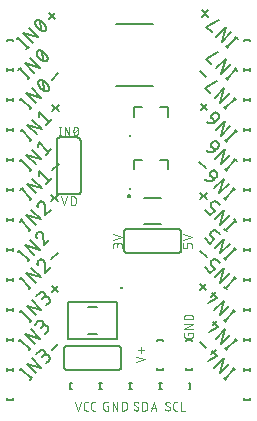
<source format=gto>
G04 EAGLE Gerber X2 export*
%TF.Part,Single*%
%TF.FileFunction,Legend,Top,1*%
%TF.FilePolarity,Positive*%
%TF.GenerationSoftware,Autodesk,EAGLE,9.0.0*%
%TF.CreationDate,2018-06-07T14:32:50Z*%
G75*
%MOMM*%
%FSLAX34Y34*%
%LPD*%
%AMOC8*
5,1,8,0,0,1.08239X$1,22.5*%
G01*
%ADD10C,0.076200*%
%ADD11C,0.152400*%
%ADD12C,0.127000*%
%ADD13C,0.200000*%
%ADD14C,0.200000*%
%ADD15C,0.050000*%
%ADD16C,0.203200*%


D10*
X120269Y141412D02*
X120269Y143458D01*
X120267Y143547D01*
X120261Y143636D01*
X120251Y143725D01*
X120238Y143813D01*
X120221Y143901D01*
X120199Y143988D01*
X120174Y144073D01*
X120146Y144158D01*
X120113Y144241D01*
X120077Y144323D01*
X120038Y144403D01*
X119995Y144481D01*
X119949Y144557D01*
X119899Y144632D01*
X119846Y144704D01*
X119790Y144773D01*
X119731Y144840D01*
X119670Y144905D01*
X119605Y144966D01*
X119538Y145025D01*
X119469Y145081D01*
X119397Y145134D01*
X119322Y145184D01*
X119246Y145230D01*
X119168Y145273D01*
X119088Y145312D01*
X119006Y145348D01*
X118923Y145381D01*
X118838Y145409D01*
X118753Y145434D01*
X118666Y145456D01*
X118578Y145473D01*
X118490Y145486D01*
X118401Y145496D01*
X118312Y145502D01*
X118223Y145504D01*
X118134Y145502D01*
X118045Y145496D01*
X117956Y145486D01*
X117868Y145473D01*
X117780Y145456D01*
X117693Y145434D01*
X117608Y145409D01*
X117523Y145381D01*
X117440Y145348D01*
X117358Y145312D01*
X117278Y145273D01*
X117200Y145230D01*
X117124Y145184D01*
X117049Y145134D01*
X116977Y145081D01*
X116908Y145025D01*
X116841Y144966D01*
X116776Y144905D01*
X116715Y144840D01*
X116656Y144773D01*
X116600Y144704D01*
X116547Y144632D01*
X116497Y144557D01*
X116451Y144481D01*
X116408Y144403D01*
X116369Y144323D01*
X116333Y144241D01*
X116300Y144158D01*
X116272Y144073D01*
X116247Y143988D01*
X116225Y143901D01*
X116208Y143813D01*
X116195Y143725D01*
X116185Y143636D01*
X116179Y143547D01*
X116177Y143458D01*
X112903Y143867D02*
X112903Y141412D01*
X112903Y143867D02*
X112905Y143946D01*
X112911Y144025D01*
X112920Y144104D01*
X112933Y144182D01*
X112951Y144259D01*
X112971Y144335D01*
X112996Y144410D01*
X113024Y144484D01*
X113055Y144557D01*
X113091Y144628D01*
X113129Y144697D01*
X113171Y144764D01*
X113216Y144829D01*
X113264Y144892D01*
X113315Y144953D01*
X113369Y145010D01*
X113425Y145066D01*
X113484Y145118D01*
X113546Y145168D01*
X113610Y145214D01*
X113676Y145258D01*
X113744Y145298D01*
X113814Y145334D01*
X113886Y145368D01*
X113960Y145398D01*
X114034Y145424D01*
X114110Y145447D01*
X114187Y145465D01*
X114264Y145481D01*
X114343Y145492D01*
X114421Y145500D01*
X114500Y145504D01*
X114580Y145504D01*
X114659Y145500D01*
X114737Y145492D01*
X114816Y145481D01*
X114893Y145465D01*
X114970Y145447D01*
X115046Y145424D01*
X115120Y145398D01*
X115194Y145368D01*
X115266Y145334D01*
X115336Y145298D01*
X115404Y145258D01*
X115470Y145214D01*
X115534Y145168D01*
X115596Y145118D01*
X115655Y145066D01*
X115711Y145010D01*
X115765Y144953D01*
X115816Y144892D01*
X115864Y144829D01*
X115909Y144764D01*
X115951Y144697D01*
X115989Y144628D01*
X116025Y144557D01*
X116056Y144484D01*
X116084Y144410D01*
X116109Y144335D01*
X116129Y144259D01*
X116147Y144182D01*
X116160Y144104D01*
X116169Y144025D01*
X116175Y143946D01*
X116177Y143867D01*
X116177Y142230D01*
X112903Y148318D02*
X120269Y150773D01*
X112903Y153228D01*
X179197Y143867D02*
X179197Y141412D01*
X179197Y143867D02*
X179195Y143945D01*
X179190Y144023D01*
X179180Y144100D01*
X179167Y144177D01*
X179151Y144253D01*
X179131Y144328D01*
X179107Y144402D01*
X179080Y144475D01*
X179049Y144547D01*
X179015Y144617D01*
X178978Y144686D01*
X178937Y144752D01*
X178893Y144817D01*
X178847Y144879D01*
X178797Y144939D01*
X178745Y144997D01*
X178690Y145052D01*
X178632Y145104D01*
X178572Y145154D01*
X178510Y145200D01*
X178445Y145244D01*
X178379Y145285D01*
X178310Y145322D01*
X178240Y145356D01*
X178168Y145387D01*
X178095Y145414D01*
X178021Y145438D01*
X177946Y145458D01*
X177870Y145474D01*
X177793Y145487D01*
X177716Y145497D01*
X177638Y145502D01*
X177560Y145504D01*
X176742Y145504D01*
X176662Y145502D01*
X176582Y145496D01*
X176502Y145486D01*
X176423Y145473D01*
X176344Y145455D01*
X176267Y145434D01*
X176191Y145408D01*
X176116Y145379D01*
X176042Y145347D01*
X175970Y145311D01*
X175900Y145271D01*
X175833Y145228D01*
X175767Y145182D01*
X175704Y145132D01*
X175643Y145080D01*
X175584Y145025D01*
X175529Y144966D01*
X175477Y144906D01*
X175427Y144842D01*
X175381Y144776D01*
X175338Y144709D01*
X175298Y144639D01*
X175262Y144567D01*
X175230Y144493D01*
X175201Y144419D01*
X175175Y144342D01*
X175154Y144265D01*
X175136Y144186D01*
X175123Y144107D01*
X175113Y144027D01*
X175107Y143947D01*
X175105Y143867D01*
X175105Y141412D01*
X171831Y141412D01*
X171831Y145504D01*
X171831Y148318D02*
X179197Y150773D01*
X171831Y153228D01*
X71355Y177673D02*
X68900Y185039D01*
X73810Y185039D02*
X71355Y177673D01*
X76868Y177673D02*
X76868Y185039D01*
X78914Y185039D01*
X79003Y185037D01*
X79092Y185031D01*
X79181Y185021D01*
X79269Y185008D01*
X79357Y184991D01*
X79444Y184969D01*
X79529Y184944D01*
X79614Y184916D01*
X79697Y184883D01*
X79779Y184847D01*
X79859Y184808D01*
X79937Y184765D01*
X80013Y184719D01*
X80088Y184669D01*
X80160Y184616D01*
X80229Y184560D01*
X80296Y184501D01*
X80361Y184440D01*
X80422Y184375D01*
X80481Y184308D01*
X80537Y184239D01*
X80590Y184167D01*
X80640Y184092D01*
X80686Y184016D01*
X80729Y183938D01*
X80768Y183858D01*
X80804Y183776D01*
X80837Y183693D01*
X80865Y183608D01*
X80890Y183523D01*
X80912Y183436D01*
X80929Y183348D01*
X80942Y183260D01*
X80952Y183171D01*
X80958Y183082D01*
X80960Y182993D01*
X80960Y179719D01*
X80958Y179630D01*
X80952Y179541D01*
X80942Y179452D01*
X80929Y179364D01*
X80912Y179276D01*
X80890Y179189D01*
X80865Y179104D01*
X80837Y179019D01*
X80804Y178936D01*
X80768Y178854D01*
X80729Y178774D01*
X80686Y178696D01*
X80640Y178620D01*
X80590Y178545D01*
X80537Y178473D01*
X80481Y178404D01*
X80422Y178337D01*
X80361Y178272D01*
X80296Y178211D01*
X80229Y178152D01*
X80160Y178096D01*
X80088Y178043D01*
X80013Y177993D01*
X79937Y177947D01*
X79859Y177904D01*
X79779Y177865D01*
X79697Y177829D01*
X79614Y177796D01*
X79529Y177768D01*
X79444Y177743D01*
X79357Y177721D01*
X79269Y177704D01*
X79181Y177691D01*
X79092Y177681D01*
X79003Y177675D01*
X78914Y177673D01*
X76868Y177673D01*
X67489Y236601D02*
X67489Y243967D01*
X66670Y236601D02*
X68307Y236601D01*
X68307Y243967D02*
X66670Y243967D01*
X71539Y243967D02*
X71539Y236601D01*
X75631Y236601D02*
X71539Y243967D01*
X75631Y243967D02*
X75631Y236601D01*
X79098Y240284D02*
X79100Y240437D01*
X79106Y240590D01*
X79115Y240742D01*
X79129Y240895D01*
X79146Y241047D01*
X79167Y241198D01*
X79192Y241349D01*
X79221Y241499D01*
X79253Y241649D01*
X79290Y241797D01*
X79330Y241945D01*
X79373Y242092D01*
X79421Y242237D01*
X79472Y242381D01*
X79526Y242524D01*
X79585Y242666D01*
X79646Y242805D01*
X79712Y242944D01*
X79738Y243014D01*
X79768Y243084D01*
X79801Y243151D01*
X79837Y243217D01*
X79876Y243281D01*
X79919Y243343D01*
X79965Y243402D01*
X80013Y243460D01*
X80064Y243514D01*
X80118Y243567D01*
X80175Y243616D01*
X80234Y243663D01*
X80295Y243706D01*
X80358Y243747D01*
X80423Y243784D01*
X80490Y243819D01*
X80559Y243849D01*
X80629Y243877D01*
X80700Y243900D01*
X80772Y243921D01*
X80845Y243937D01*
X80919Y243950D01*
X80994Y243960D01*
X81069Y243965D01*
X81144Y243967D01*
X81219Y243965D01*
X81294Y243960D01*
X81369Y243950D01*
X81443Y243937D01*
X81516Y243921D01*
X81588Y243900D01*
X81659Y243877D01*
X81729Y243849D01*
X81798Y243819D01*
X81865Y243784D01*
X81930Y243747D01*
X81993Y243706D01*
X82054Y243663D01*
X82113Y243616D01*
X82170Y243567D01*
X82224Y243514D01*
X82275Y243460D01*
X82324Y243402D01*
X82369Y243343D01*
X82412Y243281D01*
X82451Y243217D01*
X82488Y243151D01*
X82520Y243083D01*
X82550Y243014D01*
X82576Y242944D01*
X82641Y242806D01*
X82703Y242666D01*
X82761Y242524D01*
X82816Y242381D01*
X82867Y242237D01*
X82915Y242092D01*
X82958Y241945D01*
X82998Y241798D01*
X83035Y241649D01*
X83067Y241499D01*
X83096Y241349D01*
X83121Y241198D01*
X83142Y241047D01*
X83159Y240895D01*
X83173Y240742D01*
X83182Y240590D01*
X83188Y240437D01*
X83190Y240284D01*
X79097Y240284D02*
X79099Y240131D01*
X79105Y239978D01*
X79114Y239825D01*
X79128Y239673D01*
X79145Y239521D01*
X79166Y239370D01*
X79191Y239219D01*
X79220Y239068D01*
X79252Y238919D01*
X79289Y238770D01*
X79329Y238623D01*
X79372Y238476D01*
X79420Y238331D01*
X79471Y238186D01*
X79526Y238044D01*
X79584Y237902D01*
X79646Y237762D01*
X79711Y237624D01*
X79712Y237624D02*
X79738Y237553D01*
X79768Y237484D01*
X79801Y237417D01*
X79837Y237351D01*
X79876Y237287D01*
X79919Y237225D01*
X79965Y237166D01*
X80013Y237108D01*
X80064Y237054D01*
X80118Y237001D01*
X80175Y236952D01*
X80234Y236905D01*
X80295Y236862D01*
X80358Y236821D01*
X80423Y236784D01*
X80490Y236749D01*
X80559Y236719D01*
X80629Y236691D01*
X80700Y236668D01*
X80772Y236647D01*
X80845Y236631D01*
X80919Y236618D01*
X80994Y236608D01*
X81069Y236603D01*
X81144Y236601D01*
X82576Y237624D02*
X82641Y237762D01*
X82703Y237902D01*
X82761Y238044D01*
X82816Y238187D01*
X82867Y238331D01*
X82915Y238476D01*
X82958Y238623D01*
X82998Y238771D01*
X83035Y238919D01*
X83067Y239069D01*
X83096Y239219D01*
X83121Y239370D01*
X83142Y239521D01*
X83159Y239673D01*
X83173Y239826D01*
X83182Y239978D01*
X83188Y240131D01*
X83190Y240284D01*
X82576Y237624D02*
X82550Y237554D01*
X82520Y237484D01*
X82488Y237417D01*
X82451Y237351D01*
X82412Y237287D01*
X82369Y237225D01*
X82323Y237166D01*
X82275Y237108D01*
X82224Y237054D01*
X82170Y237001D01*
X82113Y236952D01*
X82054Y236905D01*
X81993Y236862D01*
X81930Y236821D01*
X81865Y236784D01*
X81798Y236749D01*
X81729Y236719D01*
X81659Y236691D01*
X81588Y236668D01*
X81516Y236647D01*
X81443Y236631D01*
X81369Y236618D01*
X81294Y236608D01*
X81219Y236603D01*
X81144Y236601D01*
X79507Y238238D02*
X82781Y242330D01*
X176121Y69243D02*
X176121Y68016D01*
X176121Y69243D02*
X180213Y69243D01*
X180213Y66788D01*
X180211Y66710D01*
X180206Y66632D01*
X180196Y66555D01*
X180183Y66478D01*
X180167Y66402D01*
X180147Y66327D01*
X180123Y66253D01*
X180096Y66180D01*
X180065Y66108D01*
X180031Y66038D01*
X179994Y65970D01*
X179953Y65903D01*
X179909Y65838D01*
X179863Y65776D01*
X179813Y65716D01*
X179761Y65658D01*
X179706Y65603D01*
X179648Y65551D01*
X179588Y65501D01*
X179526Y65455D01*
X179461Y65411D01*
X179395Y65370D01*
X179326Y65333D01*
X179256Y65299D01*
X179184Y65268D01*
X179111Y65241D01*
X179037Y65217D01*
X178962Y65197D01*
X178886Y65181D01*
X178809Y65168D01*
X178732Y65158D01*
X178654Y65153D01*
X178576Y65151D01*
X174484Y65151D01*
X174404Y65153D01*
X174324Y65159D01*
X174244Y65169D01*
X174165Y65182D01*
X174086Y65200D01*
X174009Y65221D01*
X173933Y65247D01*
X173858Y65276D01*
X173784Y65308D01*
X173712Y65344D01*
X173642Y65384D01*
X173575Y65427D01*
X173509Y65473D01*
X173446Y65523D01*
X173385Y65575D01*
X173326Y65630D01*
X173271Y65689D01*
X173219Y65749D01*
X173169Y65813D01*
X173123Y65878D01*
X173080Y65946D01*
X173040Y66016D01*
X173004Y66088D01*
X172972Y66162D01*
X172943Y66236D01*
X172918Y66313D01*
X172896Y66390D01*
X172878Y66469D01*
X172865Y66548D01*
X172855Y66627D01*
X172849Y66708D01*
X172847Y66788D01*
X172847Y69243D01*
X172847Y72954D02*
X180213Y72954D01*
X180213Y77046D02*
X172847Y72954D01*
X172847Y77046D02*
X180213Y77046D01*
X180213Y80757D02*
X172847Y80757D01*
X172847Y82803D01*
X172849Y82892D01*
X172855Y82981D01*
X172865Y83070D01*
X172878Y83158D01*
X172895Y83246D01*
X172917Y83333D01*
X172942Y83418D01*
X172970Y83503D01*
X173003Y83586D01*
X173039Y83668D01*
X173078Y83748D01*
X173121Y83826D01*
X173167Y83902D01*
X173217Y83977D01*
X173270Y84049D01*
X173326Y84118D01*
X173385Y84185D01*
X173446Y84250D01*
X173511Y84311D01*
X173578Y84370D01*
X173647Y84426D01*
X173719Y84479D01*
X173794Y84529D01*
X173870Y84575D01*
X173948Y84618D01*
X174028Y84657D01*
X174110Y84693D01*
X174193Y84726D01*
X174278Y84754D01*
X174363Y84779D01*
X174450Y84801D01*
X174538Y84818D01*
X174626Y84831D01*
X174715Y84841D01*
X174804Y84847D01*
X174893Y84849D01*
X178167Y84849D01*
X178256Y84847D01*
X178345Y84841D01*
X178434Y84831D01*
X178522Y84818D01*
X178610Y84801D01*
X178697Y84779D01*
X178782Y84754D01*
X178867Y84726D01*
X178950Y84693D01*
X179032Y84657D01*
X179112Y84618D01*
X179190Y84575D01*
X179266Y84529D01*
X179341Y84479D01*
X179413Y84426D01*
X179482Y84370D01*
X179549Y84311D01*
X179614Y84250D01*
X179675Y84185D01*
X179734Y84118D01*
X179790Y84049D01*
X179843Y83977D01*
X179893Y83902D01*
X179939Y83826D01*
X179982Y83748D01*
X180021Y83668D01*
X180057Y83586D01*
X180090Y83503D01*
X180118Y83418D01*
X180143Y83333D01*
X180165Y83246D01*
X180182Y83158D01*
X180195Y83070D01*
X180205Y82981D01*
X180211Y82892D01*
X180213Y82803D01*
X180213Y80757D01*
X80365Y11049D02*
X82820Y3683D01*
X85275Y11049D01*
X89703Y3683D02*
X91340Y3683D01*
X89703Y3683D02*
X89625Y3685D01*
X89547Y3690D01*
X89470Y3700D01*
X89393Y3713D01*
X89317Y3729D01*
X89242Y3749D01*
X89168Y3773D01*
X89095Y3800D01*
X89023Y3831D01*
X88953Y3865D01*
X88885Y3902D01*
X88818Y3943D01*
X88753Y3987D01*
X88691Y4033D01*
X88631Y4083D01*
X88573Y4135D01*
X88518Y4190D01*
X88466Y4248D01*
X88416Y4308D01*
X88370Y4370D01*
X88326Y4435D01*
X88285Y4502D01*
X88248Y4570D01*
X88214Y4640D01*
X88183Y4712D01*
X88156Y4785D01*
X88132Y4859D01*
X88112Y4934D01*
X88096Y5010D01*
X88083Y5087D01*
X88073Y5164D01*
X88068Y5242D01*
X88066Y5320D01*
X88066Y9412D01*
X88068Y9492D01*
X88074Y9572D01*
X88084Y9652D01*
X88097Y9731D01*
X88115Y9810D01*
X88136Y9887D01*
X88162Y9963D01*
X88191Y10038D01*
X88223Y10112D01*
X88259Y10184D01*
X88299Y10254D01*
X88342Y10321D01*
X88388Y10387D01*
X88438Y10450D01*
X88490Y10511D01*
X88545Y10570D01*
X88604Y10625D01*
X88664Y10677D01*
X88728Y10727D01*
X88794Y10773D01*
X88861Y10816D01*
X88931Y10856D01*
X89003Y10892D01*
X89077Y10924D01*
X89151Y10953D01*
X89228Y10979D01*
X89305Y11000D01*
X89384Y11018D01*
X89463Y11031D01*
X89543Y11041D01*
X89623Y11047D01*
X89703Y11049D01*
X91340Y11049D01*
X95799Y3683D02*
X97436Y3683D01*
X95799Y3683D02*
X95721Y3685D01*
X95643Y3690D01*
X95566Y3700D01*
X95489Y3713D01*
X95413Y3729D01*
X95338Y3749D01*
X95264Y3773D01*
X95191Y3800D01*
X95119Y3831D01*
X95049Y3865D01*
X94981Y3902D01*
X94914Y3943D01*
X94849Y3987D01*
X94787Y4033D01*
X94727Y4083D01*
X94669Y4135D01*
X94614Y4190D01*
X94562Y4248D01*
X94512Y4308D01*
X94466Y4370D01*
X94422Y4435D01*
X94381Y4502D01*
X94344Y4570D01*
X94310Y4640D01*
X94279Y4712D01*
X94252Y4785D01*
X94228Y4859D01*
X94208Y4934D01*
X94192Y5010D01*
X94179Y5087D01*
X94169Y5164D01*
X94164Y5242D01*
X94162Y5320D01*
X94162Y9412D01*
X94164Y9492D01*
X94170Y9572D01*
X94180Y9652D01*
X94193Y9731D01*
X94211Y9810D01*
X94232Y9887D01*
X94258Y9963D01*
X94287Y10038D01*
X94319Y10112D01*
X94355Y10184D01*
X94395Y10254D01*
X94438Y10321D01*
X94484Y10387D01*
X94534Y10450D01*
X94586Y10511D01*
X94641Y10570D01*
X94700Y10625D01*
X94760Y10677D01*
X94824Y10727D01*
X94890Y10773D01*
X94957Y10816D01*
X95027Y10856D01*
X95099Y10892D01*
X95173Y10924D01*
X95247Y10953D01*
X95324Y10979D01*
X95401Y11000D01*
X95480Y11018D01*
X95559Y11031D01*
X95639Y11041D01*
X95719Y11047D01*
X95799Y11049D01*
X97436Y11049D01*
X107316Y7775D02*
X108543Y7775D01*
X108543Y3683D01*
X106088Y3683D01*
X106010Y3685D01*
X105932Y3690D01*
X105855Y3700D01*
X105778Y3713D01*
X105702Y3729D01*
X105627Y3749D01*
X105553Y3773D01*
X105480Y3800D01*
X105408Y3831D01*
X105338Y3865D01*
X105270Y3902D01*
X105203Y3943D01*
X105138Y3987D01*
X105076Y4033D01*
X105016Y4083D01*
X104958Y4135D01*
X104903Y4190D01*
X104851Y4248D01*
X104801Y4308D01*
X104755Y4370D01*
X104711Y4435D01*
X104670Y4502D01*
X104633Y4570D01*
X104599Y4640D01*
X104568Y4712D01*
X104541Y4785D01*
X104517Y4859D01*
X104497Y4934D01*
X104481Y5010D01*
X104468Y5087D01*
X104458Y5164D01*
X104453Y5242D01*
X104451Y5320D01*
X104451Y9412D01*
X104453Y9492D01*
X104459Y9572D01*
X104469Y9652D01*
X104482Y9731D01*
X104500Y9810D01*
X104521Y9887D01*
X104547Y9963D01*
X104576Y10038D01*
X104608Y10112D01*
X104644Y10184D01*
X104684Y10254D01*
X104727Y10321D01*
X104773Y10387D01*
X104823Y10450D01*
X104875Y10511D01*
X104930Y10570D01*
X104989Y10625D01*
X105049Y10677D01*
X105113Y10727D01*
X105179Y10773D01*
X105246Y10816D01*
X105316Y10856D01*
X105388Y10892D01*
X105462Y10924D01*
X105536Y10953D01*
X105613Y10979D01*
X105690Y11000D01*
X105769Y11018D01*
X105848Y11031D01*
X105928Y11041D01*
X106008Y11047D01*
X106088Y11049D01*
X108543Y11049D01*
X112254Y11049D02*
X112254Y3683D01*
X116346Y3683D02*
X112254Y11049D01*
X116346Y11049D02*
X116346Y3683D01*
X120057Y3683D02*
X120057Y11049D01*
X122103Y11049D01*
X122192Y11047D01*
X122281Y11041D01*
X122370Y11031D01*
X122458Y11018D01*
X122546Y11001D01*
X122633Y10979D01*
X122718Y10954D01*
X122803Y10926D01*
X122886Y10893D01*
X122968Y10857D01*
X123048Y10818D01*
X123126Y10775D01*
X123202Y10729D01*
X123277Y10679D01*
X123349Y10626D01*
X123418Y10570D01*
X123485Y10511D01*
X123550Y10450D01*
X123611Y10385D01*
X123670Y10318D01*
X123726Y10249D01*
X123779Y10177D01*
X123829Y10102D01*
X123875Y10026D01*
X123918Y9948D01*
X123957Y9868D01*
X123993Y9786D01*
X124026Y9703D01*
X124054Y9618D01*
X124079Y9533D01*
X124101Y9446D01*
X124118Y9358D01*
X124131Y9270D01*
X124141Y9181D01*
X124147Y9092D01*
X124149Y9003D01*
X124149Y5729D01*
X124147Y5640D01*
X124141Y5551D01*
X124131Y5462D01*
X124118Y5374D01*
X124101Y5286D01*
X124079Y5199D01*
X124054Y5114D01*
X124026Y5029D01*
X123993Y4946D01*
X123957Y4864D01*
X123918Y4784D01*
X123875Y4706D01*
X123829Y4630D01*
X123779Y4555D01*
X123726Y4483D01*
X123670Y4414D01*
X123611Y4347D01*
X123550Y4282D01*
X123485Y4221D01*
X123418Y4162D01*
X123349Y4106D01*
X123277Y4053D01*
X123202Y4003D01*
X123126Y3957D01*
X123048Y3914D01*
X122968Y3875D01*
X122886Y3839D01*
X122803Y3806D01*
X122718Y3778D01*
X122633Y3753D01*
X122546Y3731D01*
X122458Y3714D01*
X122370Y3701D01*
X122281Y3691D01*
X122192Y3685D01*
X122103Y3683D01*
X120057Y3683D01*
X132468Y3683D02*
X132546Y3685D01*
X132624Y3690D01*
X132701Y3700D01*
X132778Y3713D01*
X132854Y3729D01*
X132929Y3749D01*
X133003Y3773D01*
X133076Y3800D01*
X133148Y3831D01*
X133218Y3865D01*
X133287Y3902D01*
X133353Y3943D01*
X133418Y3987D01*
X133480Y4033D01*
X133540Y4083D01*
X133598Y4135D01*
X133653Y4190D01*
X133705Y4248D01*
X133755Y4308D01*
X133801Y4370D01*
X133845Y4435D01*
X133886Y4502D01*
X133923Y4570D01*
X133957Y4640D01*
X133988Y4712D01*
X134015Y4785D01*
X134039Y4859D01*
X134059Y4934D01*
X134075Y5010D01*
X134088Y5087D01*
X134098Y5164D01*
X134103Y5242D01*
X134105Y5320D01*
X132468Y3683D02*
X132354Y3685D01*
X132241Y3690D01*
X132127Y3700D01*
X132014Y3713D01*
X131902Y3730D01*
X131790Y3750D01*
X131679Y3774D01*
X131568Y3802D01*
X131459Y3833D01*
X131351Y3868D01*
X131244Y3907D01*
X131138Y3949D01*
X131034Y3994D01*
X130931Y4043D01*
X130830Y4096D01*
X130731Y4151D01*
X130633Y4210D01*
X130538Y4272D01*
X130445Y4337D01*
X130353Y4405D01*
X130265Y4476D01*
X130178Y4550D01*
X130094Y4627D01*
X130013Y4706D01*
X130217Y9412D02*
X130219Y9490D01*
X130224Y9568D01*
X130234Y9645D01*
X130247Y9722D01*
X130263Y9798D01*
X130283Y9873D01*
X130307Y9947D01*
X130334Y10020D01*
X130365Y10092D01*
X130399Y10162D01*
X130436Y10231D01*
X130477Y10297D01*
X130521Y10362D01*
X130567Y10424D01*
X130617Y10484D01*
X130669Y10542D01*
X130724Y10597D01*
X130782Y10649D01*
X130842Y10699D01*
X130904Y10745D01*
X130969Y10789D01*
X131036Y10830D01*
X131104Y10867D01*
X131174Y10901D01*
X131246Y10932D01*
X131319Y10959D01*
X131393Y10983D01*
X131468Y11003D01*
X131544Y11019D01*
X131621Y11032D01*
X131698Y11042D01*
X131776Y11047D01*
X131854Y11049D01*
X131964Y11047D01*
X132073Y11041D01*
X132183Y11031D01*
X132291Y11018D01*
X132400Y11000D01*
X132507Y10979D01*
X132614Y10953D01*
X132720Y10924D01*
X132825Y10892D01*
X132928Y10855D01*
X133030Y10815D01*
X133131Y10771D01*
X133230Y10723D01*
X133327Y10673D01*
X133422Y10618D01*
X133515Y10560D01*
X133606Y10499D01*
X133695Y10435D01*
X131035Y7979D02*
X130968Y8021D01*
X130903Y8065D01*
X130841Y8113D01*
X130781Y8163D01*
X130723Y8216D01*
X130668Y8272D01*
X130616Y8331D01*
X130566Y8391D01*
X130519Y8455D01*
X130476Y8520D01*
X130435Y8587D01*
X130398Y8656D01*
X130364Y8727D01*
X130333Y8799D01*
X130306Y8873D01*
X130282Y8947D01*
X130262Y9023D01*
X130246Y9100D01*
X130233Y9177D01*
X130223Y9255D01*
X130218Y9334D01*
X130216Y9412D01*
X133286Y6752D02*
X133352Y6710D01*
X133417Y6666D01*
X133479Y6619D01*
X133539Y6568D01*
X133597Y6515D01*
X133652Y6459D01*
X133705Y6401D01*
X133754Y6340D01*
X133801Y6277D01*
X133844Y6212D01*
X133885Y6145D01*
X133922Y6076D01*
X133956Y6005D01*
X133987Y5933D01*
X134014Y5859D01*
X134038Y5784D01*
X134058Y5709D01*
X134074Y5632D01*
X134087Y5555D01*
X134097Y5477D01*
X134102Y5398D01*
X134104Y5320D01*
X133286Y6752D02*
X131035Y7980D01*
X137327Y11049D02*
X137327Y3683D01*
X137327Y11049D02*
X139373Y11049D01*
X139462Y11047D01*
X139551Y11041D01*
X139640Y11031D01*
X139728Y11018D01*
X139816Y11001D01*
X139903Y10979D01*
X139988Y10954D01*
X140073Y10926D01*
X140156Y10893D01*
X140238Y10857D01*
X140318Y10818D01*
X140396Y10775D01*
X140472Y10729D01*
X140547Y10679D01*
X140619Y10626D01*
X140688Y10570D01*
X140755Y10511D01*
X140820Y10450D01*
X140881Y10385D01*
X140940Y10318D01*
X140996Y10249D01*
X141049Y10177D01*
X141099Y10102D01*
X141145Y10026D01*
X141188Y9948D01*
X141227Y9868D01*
X141263Y9786D01*
X141296Y9703D01*
X141324Y9618D01*
X141349Y9533D01*
X141371Y9446D01*
X141388Y9358D01*
X141401Y9270D01*
X141411Y9181D01*
X141417Y9092D01*
X141419Y9003D01*
X141420Y9003D02*
X141420Y5729D01*
X141418Y5640D01*
X141412Y5551D01*
X141402Y5462D01*
X141389Y5374D01*
X141372Y5286D01*
X141350Y5199D01*
X141325Y5114D01*
X141297Y5029D01*
X141264Y4946D01*
X141228Y4864D01*
X141189Y4784D01*
X141146Y4706D01*
X141100Y4630D01*
X141050Y4555D01*
X140997Y4483D01*
X140941Y4414D01*
X140882Y4347D01*
X140821Y4282D01*
X140756Y4221D01*
X140689Y4162D01*
X140620Y4106D01*
X140548Y4053D01*
X140473Y4003D01*
X140397Y3957D01*
X140319Y3914D01*
X140239Y3875D01*
X140157Y3839D01*
X140074Y3806D01*
X139989Y3778D01*
X139904Y3753D01*
X139817Y3731D01*
X139729Y3714D01*
X139641Y3701D01*
X139552Y3691D01*
X139463Y3685D01*
X139374Y3683D01*
X139373Y3683D02*
X137327Y3683D01*
X144477Y3683D02*
X146932Y11049D01*
X149388Y3683D01*
X148774Y5525D02*
X145091Y5525D01*
X159205Y3683D02*
X159283Y3685D01*
X159361Y3690D01*
X159438Y3700D01*
X159515Y3713D01*
X159591Y3729D01*
X159666Y3749D01*
X159740Y3773D01*
X159813Y3800D01*
X159885Y3831D01*
X159955Y3865D01*
X160024Y3902D01*
X160090Y3943D01*
X160155Y3987D01*
X160217Y4033D01*
X160277Y4083D01*
X160335Y4135D01*
X160390Y4190D01*
X160442Y4248D01*
X160492Y4308D01*
X160538Y4370D01*
X160582Y4435D01*
X160623Y4502D01*
X160660Y4570D01*
X160694Y4640D01*
X160725Y4712D01*
X160752Y4785D01*
X160776Y4859D01*
X160796Y4934D01*
X160812Y5010D01*
X160825Y5087D01*
X160835Y5164D01*
X160840Y5242D01*
X160842Y5320D01*
X159205Y3683D02*
X159091Y3685D01*
X158978Y3690D01*
X158864Y3700D01*
X158751Y3713D01*
X158639Y3730D01*
X158527Y3750D01*
X158416Y3774D01*
X158305Y3802D01*
X158196Y3833D01*
X158088Y3868D01*
X157981Y3907D01*
X157875Y3949D01*
X157771Y3994D01*
X157668Y4043D01*
X157567Y4096D01*
X157468Y4151D01*
X157370Y4210D01*
X157275Y4272D01*
X157182Y4337D01*
X157090Y4405D01*
X157002Y4476D01*
X156915Y4550D01*
X156831Y4627D01*
X156750Y4706D01*
X156954Y9412D02*
X156956Y9490D01*
X156961Y9568D01*
X156971Y9645D01*
X156984Y9722D01*
X157000Y9798D01*
X157020Y9873D01*
X157044Y9947D01*
X157071Y10020D01*
X157102Y10092D01*
X157136Y10162D01*
X157173Y10231D01*
X157214Y10297D01*
X157258Y10362D01*
X157304Y10424D01*
X157354Y10484D01*
X157406Y10542D01*
X157461Y10597D01*
X157519Y10649D01*
X157579Y10699D01*
X157641Y10745D01*
X157706Y10789D01*
X157773Y10830D01*
X157841Y10867D01*
X157911Y10901D01*
X157983Y10932D01*
X158056Y10959D01*
X158130Y10983D01*
X158205Y11003D01*
X158281Y11019D01*
X158358Y11032D01*
X158435Y11042D01*
X158513Y11047D01*
X158591Y11049D01*
X158701Y11047D01*
X158810Y11041D01*
X158920Y11031D01*
X159028Y11018D01*
X159137Y11000D01*
X159244Y10979D01*
X159351Y10953D01*
X159457Y10924D01*
X159562Y10892D01*
X159665Y10855D01*
X159767Y10815D01*
X159868Y10771D01*
X159967Y10723D01*
X160064Y10673D01*
X160159Y10618D01*
X160252Y10560D01*
X160343Y10499D01*
X160432Y10435D01*
X157773Y7979D02*
X157706Y8021D01*
X157641Y8065D01*
X157579Y8113D01*
X157519Y8163D01*
X157461Y8216D01*
X157406Y8272D01*
X157354Y8331D01*
X157304Y8391D01*
X157257Y8455D01*
X157214Y8520D01*
X157173Y8587D01*
X157136Y8656D01*
X157102Y8727D01*
X157071Y8799D01*
X157044Y8873D01*
X157020Y8947D01*
X157000Y9023D01*
X156984Y9100D01*
X156971Y9177D01*
X156961Y9255D01*
X156956Y9334D01*
X156954Y9412D01*
X160023Y6752D02*
X160089Y6710D01*
X160154Y6666D01*
X160216Y6619D01*
X160276Y6568D01*
X160334Y6515D01*
X160389Y6459D01*
X160442Y6401D01*
X160491Y6340D01*
X160538Y6277D01*
X160581Y6212D01*
X160622Y6145D01*
X160659Y6076D01*
X160693Y6005D01*
X160724Y5933D01*
X160751Y5859D01*
X160775Y5784D01*
X160795Y5709D01*
X160811Y5632D01*
X160824Y5555D01*
X160834Y5477D01*
X160839Y5398D01*
X160841Y5320D01*
X160023Y6752D02*
X157773Y7980D01*
X165435Y3683D02*
X167072Y3683D01*
X165435Y3683D02*
X165357Y3685D01*
X165279Y3690D01*
X165202Y3700D01*
X165125Y3713D01*
X165049Y3729D01*
X164974Y3749D01*
X164900Y3773D01*
X164827Y3800D01*
X164755Y3831D01*
X164685Y3865D01*
X164617Y3902D01*
X164550Y3943D01*
X164485Y3987D01*
X164423Y4033D01*
X164363Y4083D01*
X164305Y4135D01*
X164250Y4190D01*
X164198Y4248D01*
X164148Y4308D01*
X164102Y4370D01*
X164058Y4435D01*
X164017Y4502D01*
X163980Y4570D01*
X163946Y4640D01*
X163915Y4712D01*
X163888Y4785D01*
X163864Y4859D01*
X163844Y4934D01*
X163828Y5010D01*
X163815Y5087D01*
X163805Y5164D01*
X163800Y5242D01*
X163798Y5320D01*
X163798Y9412D01*
X163800Y9492D01*
X163806Y9572D01*
X163816Y9652D01*
X163829Y9731D01*
X163847Y9810D01*
X163868Y9887D01*
X163894Y9963D01*
X163923Y10038D01*
X163955Y10112D01*
X163991Y10184D01*
X164031Y10254D01*
X164074Y10321D01*
X164120Y10387D01*
X164170Y10450D01*
X164222Y10511D01*
X164277Y10570D01*
X164336Y10625D01*
X164396Y10677D01*
X164460Y10727D01*
X164526Y10773D01*
X164593Y10816D01*
X164663Y10856D01*
X164735Y10892D01*
X164809Y10924D01*
X164883Y10953D01*
X164960Y10979D01*
X165037Y11000D01*
X165116Y11018D01*
X165195Y11031D01*
X165275Y11041D01*
X165355Y11047D01*
X165435Y11049D01*
X167072Y11049D01*
X170177Y11049D02*
X170177Y3683D01*
X173450Y3683D01*
D11*
X27940Y266700D02*
X22860Y266700D01*
X22860Y292100D02*
X27940Y292100D01*
X22860Y292100D02*
X22860Y290830D01*
X27940Y290830D02*
X27940Y292100D01*
X27940Y267970D02*
X27940Y266700D01*
X22860Y266700D02*
X22860Y267970D01*
D12*
X41538Y285006D02*
X33456Y293088D01*
X40640Y284108D02*
X42436Y285904D01*
X34354Y293986D02*
X32558Y292190D01*
X37946Y297578D02*
X46028Y289496D01*
X50518Y293986D02*
X37946Y297578D01*
X42436Y302068D02*
X50518Y293986D01*
X50339Y301889D02*
X50182Y302050D01*
X50028Y302214D01*
X49879Y302382D01*
X49734Y302554D01*
X49593Y302729D01*
X49456Y302908D01*
X49324Y303089D01*
X49196Y303274D01*
X49072Y303462D01*
X48953Y303653D01*
X48838Y303846D01*
X48728Y304042D01*
X48623Y304241D01*
X48522Y304442D01*
X48427Y304646D01*
X48336Y304851D01*
X48250Y305059D01*
X48170Y305269D01*
X48094Y305481D01*
X48055Y305567D01*
X48018Y305653D01*
X47986Y305742D01*
X47957Y305831D01*
X47931Y305921D01*
X47909Y306013D01*
X47891Y306105D01*
X47876Y306198D01*
X47866Y306291D01*
X47859Y306385D01*
X47855Y306479D01*
X47856Y306573D01*
X47860Y306667D01*
X47868Y306760D01*
X47880Y306854D01*
X47895Y306946D01*
X47914Y307038D01*
X47937Y307130D01*
X47964Y307220D01*
X47994Y307309D01*
X48027Y307397D01*
X48064Y307483D01*
X48105Y307568D01*
X48149Y307651D01*
X48196Y307732D01*
X48246Y307812D01*
X48300Y307889D01*
X48356Y307964D01*
X48416Y308037D01*
X48478Y308107D01*
X48543Y308175D01*
X48611Y308240D01*
X48681Y308302D01*
X48754Y308362D01*
X48829Y308418D01*
X48906Y308472D01*
X48986Y308522D01*
X49067Y308569D01*
X49150Y308613D01*
X49235Y308654D01*
X49321Y308691D01*
X49409Y308724D01*
X49498Y308754D01*
X49588Y308781D01*
X49680Y308804D01*
X49772Y308823D01*
X49864Y308838D01*
X49958Y308850D01*
X50051Y308858D01*
X50145Y308862D01*
X50239Y308863D01*
X50333Y308859D01*
X50427Y308852D01*
X50520Y308842D01*
X50613Y308827D01*
X50705Y308809D01*
X50797Y308787D01*
X50887Y308761D01*
X50976Y308732D01*
X51065Y308700D01*
X51151Y308664D01*
X51237Y308624D01*
X51236Y308624D02*
X51448Y308548D01*
X51658Y308468D01*
X51866Y308382D01*
X52071Y308291D01*
X52275Y308196D01*
X52476Y308095D01*
X52675Y307990D01*
X52871Y307880D01*
X53064Y307765D01*
X53255Y307646D01*
X53443Y307522D01*
X53628Y307394D01*
X53809Y307262D01*
X53988Y307125D01*
X54163Y306984D01*
X54335Y306839D01*
X54503Y306690D01*
X54667Y306536D01*
X54828Y306379D01*
X50339Y301889D02*
X50500Y301732D01*
X50664Y301578D01*
X50832Y301429D01*
X51004Y301284D01*
X51179Y301143D01*
X51358Y301006D01*
X51539Y300874D01*
X51724Y300746D01*
X51912Y300622D01*
X52103Y300503D01*
X52296Y300388D01*
X52492Y300278D01*
X52691Y300173D01*
X52892Y300072D01*
X53096Y299977D01*
X53301Y299886D01*
X53509Y299800D01*
X53719Y299720D01*
X53931Y299644D01*
X53930Y299643D02*
X54015Y299604D01*
X54102Y299567D01*
X54190Y299535D01*
X54280Y299506D01*
X54370Y299480D01*
X54462Y299458D01*
X54554Y299440D01*
X54647Y299425D01*
X54740Y299415D01*
X54834Y299408D01*
X54928Y299404D01*
X55022Y299405D01*
X55116Y299409D01*
X55210Y299417D01*
X55303Y299429D01*
X55396Y299444D01*
X55488Y299463D01*
X55579Y299486D01*
X55669Y299513D01*
X55758Y299543D01*
X55846Y299576D01*
X55933Y299613D01*
X56017Y299654D01*
X56101Y299698D01*
X56182Y299745D01*
X56261Y299795D01*
X56339Y299849D01*
X56414Y299905D01*
X56487Y299965D01*
X56557Y300027D01*
X56625Y300092D01*
X57074Y302787D02*
X56998Y302999D01*
X56917Y303209D01*
X56832Y303417D01*
X56741Y303622D01*
X56645Y303826D01*
X56545Y304027D01*
X56440Y304226D01*
X56330Y304422D01*
X56215Y304615D01*
X56096Y304806D01*
X55972Y304994D01*
X55844Y305179D01*
X55711Y305360D01*
X55575Y305539D01*
X55434Y305714D01*
X55288Y305886D01*
X55139Y306054D01*
X54986Y306219D01*
X54829Y306379D01*
X57074Y302787D02*
X57113Y302702D01*
X57150Y302615D01*
X57182Y302527D01*
X57211Y302437D01*
X57237Y302347D01*
X57259Y302255D01*
X57277Y302163D01*
X57292Y302070D01*
X57302Y301977D01*
X57309Y301883D01*
X57313Y301789D01*
X57312Y301695D01*
X57308Y301601D01*
X57300Y301507D01*
X57288Y301414D01*
X57273Y301321D01*
X57254Y301229D01*
X57231Y301138D01*
X57204Y301048D01*
X57174Y300959D01*
X57141Y300871D01*
X57104Y300785D01*
X57063Y300700D01*
X57019Y300616D01*
X56972Y300535D01*
X56922Y300456D01*
X56868Y300378D01*
X56812Y300303D01*
X56752Y300230D01*
X56690Y300160D01*
X56625Y300092D01*
X53033Y300093D02*
X52135Y308175D01*
D11*
X27940Y190500D02*
X22860Y190500D01*
X22860Y215900D02*
X27940Y215900D01*
X22860Y215900D02*
X22860Y214630D01*
X27940Y214630D02*
X27940Y215900D01*
X27940Y191770D02*
X27940Y190500D01*
X22860Y190500D02*
X22860Y191770D01*
D12*
X42808Y207536D02*
X34726Y215618D01*
X41910Y206638D02*
X43706Y208434D01*
X35624Y216516D02*
X33828Y214720D01*
X39216Y220108D02*
X47298Y212026D01*
X51788Y216516D02*
X39216Y220108D01*
X43706Y224598D02*
X51788Y216516D01*
X49364Y226664D02*
X49813Y230705D01*
X57895Y222623D01*
X55650Y220378D02*
X60140Y224868D01*
D11*
X27940Y114300D02*
X22860Y114300D01*
X22860Y139700D02*
X27940Y139700D01*
X22860Y139700D02*
X22860Y138430D01*
X27940Y138430D02*
X27940Y139700D01*
X27940Y115570D02*
X27940Y114300D01*
X22860Y114300D02*
X22860Y115570D01*
D12*
X41410Y130938D02*
X33328Y139020D01*
X40512Y130040D02*
X42308Y131836D01*
X34226Y139918D02*
X32430Y138122D01*
X37818Y143510D02*
X45900Y135428D01*
X50391Y139918D02*
X37818Y143510D01*
X42308Y148000D02*
X50391Y139918D01*
X48639Y154331D02*
X48716Y154405D01*
X48796Y154476D01*
X48878Y154545D01*
X48963Y154610D01*
X49050Y154671D01*
X49139Y154730D01*
X49231Y154785D01*
X49325Y154837D01*
X49420Y154885D01*
X49517Y154930D01*
X49616Y154970D01*
X49716Y155008D01*
X49818Y155041D01*
X49920Y155071D01*
X50024Y155096D01*
X50129Y155118D01*
X50234Y155136D01*
X50340Y155150D01*
X50446Y155160D01*
X50553Y155166D01*
X50660Y155168D01*
X50767Y155166D01*
X50874Y155160D01*
X50980Y155150D01*
X51086Y155136D01*
X51191Y155118D01*
X51296Y155096D01*
X51400Y155071D01*
X51502Y155041D01*
X51604Y155008D01*
X51704Y154970D01*
X51803Y154930D01*
X51900Y154885D01*
X51995Y154837D01*
X52089Y154785D01*
X52181Y154730D01*
X52270Y154671D01*
X52357Y154610D01*
X52442Y154545D01*
X52524Y154476D01*
X52604Y154405D01*
X52681Y154331D01*
X48639Y154331D02*
X48557Y154246D01*
X48477Y154158D01*
X48401Y154068D01*
X48327Y153975D01*
X48256Y153880D01*
X48189Y153783D01*
X48124Y153684D01*
X48063Y153583D01*
X48005Y153479D01*
X47950Y153374D01*
X47899Y153268D01*
X47852Y153159D01*
X47807Y153049D01*
X47767Y152938D01*
X47730Y152826D01*
X47696Y152712D01*
X47667Y152598D01*
X47641Y152482D01*
X47619Y152366D01*
X47600Y152249D01*
X47585Y152132D01*
X47575Y152014D01*
X47568Y151895D01*
X47564Y151777D01*
X47565Y151659D01*
X47569Y151540D01*
X47577Y151422D01*
X47589Y151305D01*
X47605Y151187D01*
X47625Y151071D01*
X47648Y150954D01*
X47675Y150839D01*
X47706Y150725D01*
X47740Y150612D01*
X47778Y150500D01*
X47820Y150389D01*
X47865Y150279D01*
X47914Y150171D01*
X47966Y150065D01*
X53578Y152086D02*
X53579Y152194D01*
X53576Y152302D01*
X53569Y152410D01*
X53558Y152518D01*
X53544Y152625D01*
X53526Y152731D01*
X53504Y152837D01*
X53478Y152942D01*
X53449Y153046D01*
X53416Y153149D01*
X53379Y153250D01*
X53339Y153351D01*
X53295Y153450D01*
X53248Y153547D01*
X53198Y153642D01*
X53144Y153736D01*
X53087Y153828D01*
X53027Y153917D01*
X52963Y154005D01*
X52897Y154090D01*
X52827Y154173D01*
X52755Y154253D01*
X52680Y154331D01*
X53579Y152086D02*
X54252Y143779D01*
X58742Y148269D01*
D11*
X27940Y38100D02*
X22860Y38100D01*
X22860Y63500D02*
X27940Y63500D01*
X22860Y63500D02*
X22860Y62230D01*
X27940Y62230D02*
X27940Y63500D01*
X27940Y39370D02*
X27940Y38100D01*
X22860Y38100D02*
X22860Y39370D01*
D12*
X41952Y55466D02*
X33870Y63548D01*
X41054Y54568D02*
X42850Y56364D01*
X34768Y64446D02*
X32972Y62650D01*
X38360Y68038D02*
X46442Y59956D01*
X50932Y64446D02*
X38360Y68038D01*
X42850Y72529D02*
X50932Y64446D01*
X54794Y68308D02*
X57039Y70553D01*
X57116Y70633D01*
X57190Y70715D01*
X57261Y70800D01*
X57330Y70887D01*
X57395Y70977D01*
X57457Y71069D01*
X57516Y71163D01*
X57571Y71259D01*
X57623Y71357D01*
X57672Y71456D01*
X57717Y71557D01*
X57758Y71660D01*
X57796Y71764D01*
X57830Y71870D01*
X57861Y71976D01*
X57888Y72084D01*
X57911Y72192D01*
X57930Y72301D01*
X57945Y72411D01*
X57957Y72521D01*
X57965Y72632D01*
X57969Y72743D01*
X57969Y72853D01*
X57965Y72964D01*
X57957Y73075D01*
X57945Y73185D01*
X57930Y73295D01*
X57911Y73404D01*
X57888Y73512D01*
X57861Y73620D01*
X57830Y73726D01*
X57796Y73832D01*
X57758Y73936D01*
X57717Y74039D01*
X57672Y74140D01*
X57623Y74239D01*
X57571Y74337D01*
X57516Y74433D01*
X57457Y74527D01*
X57395Y74619D01*
X57330Y74709D01*
X57261Y74796D01*
X57190Y74881D01*
X57116Y74963D01*
X57039Y75043D01*
X56959Y75120D01*
X56877Y75194D01*
X56792Y75265D01*
X56705Y75334D01*
X56615Y75399D01*
X56523Y75461D01*
X56429Y75520D01*
X56333Y75575D01*
X56235Y75627D01*
X56136Y75676D01*
X56035Y75721D01*
X55932Y75762D01*
X55828Y75800D01*
X55722Y75834D01*
X55616Y75865D01*
X55508Y75892D01*
X55400Y75915D01*
X55291Y75934D01*
X55181Y75949D01*
X55071Y75961D01*
X54960Y75969D01*
X54849Y75973D01*
X54739Y75973D01*
X54628Y75969D01*
X54517Y75961D01*
X54407Y75949D01*
X54297Y75934D01*
X54188Y75915D01*
X54080Y75892D01*
X53972Y75865D01*
X53866Y75834D01*
X53760Y75800D01*
X53656Y75762D01*
X53553Y75721D01*
X53452Y75676D01*
X53353Y75627D01*
X53255Y75575D01*
X53159Y75519D01*
X53065Y75461D01*
X52973Y75399D01*
X52883Y75334D01*
X52796Y75265D01*
X52711Y75194D01*
X52629Y75120D01*
X52549Y75043D01*
X49405Y79084D02*
X46711Y76390D01*
X49405Y79084D02*
X49477Y79153D01*
X49551Y79219D01*
X49629Y79283D01*
X49708Y79343D01*
X49790Y79400D01*
X49874Y79454D01*
X49960Y79504D01*
X50048Y79551D01*
X50138Y79595D01*
X50229Y79635D01*
X50322Y79671D01*
X50416Y79704D01*
X50512Y79733D01*
X50608Y79758D01*
X50705Y79779D01*
X50804Y79797D01*
X50902Y79810D01*
X51002Y79820D01*
X51101Y79826D01*
X51201Y79828D01*
X51301Y79826D01*
X51400Y79820D01*
X51500Y79810D01*
X51598Y79797D01*
X51697Y79779D01*
X51794Y79758D01*
X51890Y79733D01*
X51986Y79704D01*
X52080Y79671D01*
X52173Y79635D01*
X52264Y79595D01*
X52354Y79551D01*
X52442Y79504D01*
X52528Y79454D01*
X52612Y79400D01*
X52694Y79343D01*
X52773Y79283D01*
X52851Y79219D01*
X52925Y79153D01*
X52997Y79084D01*
X53066Y79012D01*
X53132Y78938D01*
X53196Y78860D01*
X53256Y78781D01*
X53313Y78699D01*
X53367Y78615D01*
X53417Y78529D01*
X53464Y78441D01*
X53508Y78351D01*
X53548Y78260D01*
X53584Y78167D01*
X53617Y78073D01*
X53646Y77977D01*
X53671Y77881D01*
X53692Y77784D01*
X53710Y77685D01*
X53723Y77587D01*
X53733Y77487D01*
X53739Y77388D01*
X53741Y77288D01*
X53739Y77188D01*
X53733Y77089D01*
X53723Y76989D01*
X53710Y76891D01*
X53692Y76792D01*
X53671Y76695D01*
X53646Y76599D01*
X53617Y76503D01*
X53584Y76409D01*
X53548Y76316D01*
X53508Y76225D01*
X53464Y76135D01*
X53417Y76047D01*
X53367Y75961D01*
X53313Y75877D01*
X53256Y75795D01*
X53196Y75716D01*
X53132Y75638D01*
X53066Y75564D01*
X52997Y75492D01*
X52998Y75492D02*
X51201Y73696D01*
D11*
X223520Y63500D02*
X228600Y63500D01*
X228600Y38100D02*
X223520Y38100D01*
X228600Y38100D02*
X228600Y39370D01*
X223520Y39370D02*
X223520Y38100D01*
X223520Y62230D02*
X223520Y63500D01*
X228600Y63500D02*
X228600Y62230D01*
D12*
X216474Y63484D02*
X208392Y55402D01*
X217372Y62586D02*
X215576Y64382D01*
X207494Y56300D02*
X209290Y54504D01*
X203902Y59892D02*
X211984Y67975D01*
X207494Y72465D02*
X203902Y59892D01*
X199412Y64382D02*
X207494Y72465D01*
X201836Y74530D02*
X193754Y70040D01*
X201836Y74530D02*
X197346Y79020D01*
X196897Y75877D02*
X200489Y79469D01*
D11*
X223520Y139700D02*
X228600Y139700D01*
X228600Y114300D02*
X223520Y114300D01*
X228600Y114300D02*
X228600Y115570D01*
X223520Y115570D02*
X223520Y114300D01*
X223520Y138430D02*
X223520Y139700D01*
X228600Y139700D02*
X228600Y138430D01*
D12*
X215746Y140226D02*
X207664Y132144D01*
X216644Y139328D02*
X214848Y141124D01*
X206766Y133042D02*
X208562Y131246D01*
X203173Y136634D02*
X211256Y144716D01*
X206766Y149206D02*
X203173Y136634D01*
X198683Y141124D02*
X206766Y149206D01*
X202904Y153068D02*
X200210Y155762D01*
X200138Y155831D01*
X200064Y155897D01*
X199986Y155961D01*
X199907Y156021D01*
X199825Y156078D01*
X199741Y156132D01*
X199655Y156182D01*
X199567Y156229D01*
X199477Y156273D01*
X199386Y156313D01*
X199293Y156349D01*
X199199Y156382D01*
X199103Y156411D01*
X199007Y156436D01*
X198910Y156457D01*
X198811Y156475D01*
X198713Y156488D01*
X198613Y156498D01*
X198514Y156504D01*
X198414Y156506D01*
X198314Y156504D01*
X198215Y156498D01*
X198115Y156488D01*
X198017Y156475D01*
X197918Y156457D01*
X197821Y156436D01*
X197725Y156411D01*
X197629Y156382D01*
X197535Y156349D01*
X197442Y156313D01*
X197351Y156273D01*
X197261Y156229D01*
X197173Y156182D01*
X197087Y156132D01*
X197003Y156078D01*
X196921Y156021D01*
X196842Y155961D01*
X196764Y155897D01*
X196690Y155831D01*
X196618Y155762D01*
X195720Y154864D01*
X195651Y154792D01*
X195585Y154718D01*
X195521Y154640D01*
X195461Y154561D01*
X195404Y154479D01*
X195350Y154395D01*
X195300Y154309D01*
X195253Y154221D01*
X195209Y154131D01*
X195169Y154040D01*
X195133Y153947D01*
X195100Y153853D01*
X195071Y153757D01*
X195046Y153661D01*
X195025Y153564D01*
X195007Y153465D01*
X194994Y153367D01*
X194984Y153267D01*
X194978Y153168D01*
X194976Y153068D01*
X194978Y152968D01*
X194984Y152869D01*
X194994Y152769D01*
X195007Y152671D01*
X195025Y152572D01*
X195046Y152475D01*
X195071Y152379D01*
X195100Y152283D01*
X195133Y152189D01*
X195169Y152096D01*
X195209Y152005D01*
X195253Y151915D01*
X195300Y151827D01*
X195350Y151741D01*
X195404Y151657D01*
X195461Y151575D01*
X195521Y151496D01*
X195585Y151418D01*
X195651Y151344D01*
X195720Y151272D01*
X198414Y148578D01*
X194822Y144985D01*
X190332Y149476D01*
D11*
X223520Y215900D02*
X228600Y215900D01*
X228600Y190500D02*
X223520Y190500D01*
X228600Y190500D02*
X228600Y191770D01*
X223520Y191770D02*
X223520Y190500D01*
X223520Y214630D02*
X223520Y215900D01*
X228600Y215900D02*
X228600Y214630D01*
D12*
X216287Y215698D02*
X208205Y207615D01*
X217185Y214800D02*
X215389Y216596D01*
X207307Y208513D02*
X209103Y206717D01*
X203715Y212105D02*
X211797Y220188D01*
X207307Y224678D02*
X203715Y212105D01*
X199225Y216596D02*
X207307Y224678D01*
X198955Y224049D02*
X196261Y226743D01*
X196192Y226815D01*
X196126Y226889D01*
X196062Y226967D01*
X196002Y227046D01*
X195945Y227128D01*
X195891Y227212D01*
X195841Y227298D01*
X195794Y227386D01*
X195750Y227476D01*
X195710Y227567D01*
X195674Y227660D01*
X195641Y227754D01*
X195612Y227850D01*
X195587Y227946D01*
X195566Y228043D01*
X195548Y228142D01*
X195535Y228240D01*
X195525Y228340D01*
X195519Y228439D01*
X195517Y228539D01*
X195519Y228639D01*
X195525Y228738D01*
X195535Y228838D01*
X195548Y228936D01*
X195566Y229035D01*
X195587Y229132D01*
X195612Y229228D01*
X195641Y229324D01*
X195674Y229418D01*
X195710Y229511D01*
X195750Y229602D01*
X195794Y229692D01*
X195841Y229780D01*
X195891Y229866D01*
X195945Y229950D01*
X196002Y230032D01*
X196062Y230111D01*
X196126Y230189D01*
X196192Y230263D01*
X196261Y230335D01*
X196710Y230784D01*
X196711Y230784D02*
X196791Y230861D01*
X196873Y230935D01*
X196958Y231006D01*
X197045Y231075D01*
X197135Y231140D01*
X197227Y231202D01*
X197321Y231260D01*
X197417Y231316D01*
X197515Y231368D01*
X197614Y231416D01*
X197715Y231462D01*
X197818Y231503D01*
X197922Y231541D01*
X198028Y231575D01*
X198134Y231606D01*
X198242Y231633D01*
X198350Y231656D01*
X198459Y231675D01*
X198569Y231690D01*
X198679Y231702D01*
X198790Y231710D01*
X198901Y231714D01*
X199011Y231714D01*
X199122Y231710D01*
X199233Y231702D01*
X199343Y231690D01*
X199453Y231675D01*
X199562Y231656D01*
X199670Y231633D01*
X199778Y231606D01*
X199884Y231575D01*
X199990Y231541D01*
X200094Y231503D01*
X200197Y231462D01*
X200298Y231417D01*
X200397Y231368D01*
X200495Y231316D01*
X200591Y231261D01*
X200685Y231202D01*
X200777Y231140D01*
X200867Y231075D01*
X200954Y231006D01*
X201039Y230935D01*
X201121Y230861D01*
X201201Y230784D01*
X201278Y230704D01*
X201352Y230622D01*
X201423Y230537D01*
X201492Y230450D01*
X201557Y230360D01*
X201619Y230268D01*
X201678Y230174D01*
X201733Y230078D01*
X201785Y229980D01*
X201834Y229881D01*
X201879Y229780D01*
X201920Y229677D01*
X201958Y229573D01*
X201992Y229467D01*
X202023Y229361D01*
X202050Y229253D01*
X202073Y229145D01*
X202092Y229036D01*
X202107Y228926D01*
X202119Y228816D01*
X202127Y228705D01*
X202131Y228594D01*
X202131Y228484D01*
X202127Y228373D01*
X202119Y228262D01*
X202107Y228152D01*
X202092Y228042D01*
X202073Y227933D01*
X202050Y227825D01*
X202023Y227717D01*
X201992Y227611D01*
X201958Y227505D01*
X201920Y227401D01*
X201879Y227298D01*
X201833Y227197D01*
X201785Y227097D01*
X201733Y227000D01*
X201677Y226904D01*
X201619Y226810D01*
X201557Y226718D01*
X201492Y226628D01*
X201423Y226541D01*
X201352Y226456D01*
X201278Y226374D01*
X201201Y226294D01*
X198955Y224049D01*
X198855Y223951D01*
X198752Y223856D01*
X198646Y223765D01*
X198538Y223676D01*
X198428Y223590D01*
X198315Y223507D01*
X198200Y223427D01*
X198083Y223350D01*
X197963Y223277D01*
X197842Y223207D01*
X197719Y223140D01*
X197594Y223077D01*
X197468Y223017D01*
X197339Y222961D01*
X197210Y222909D01*
X197079Y222859D01*
X196946Y222814D01*
X196813Y222772D01*
X196678Y222734D01*
X196542Y222700D01*
X196405Y222669D01*
X196268Y222642D01*
X196130Y222619D01*
X195991Y222600D01*
X195852Y222585D01*
X195713Y222573D01*
X195573Y222565D01*
X195433Y222561D01*
X195293Y222561D01*
X195153Y222565D01*
X195013Y222573D01*
X194874Y222585D01*
X194735Y222600D01*
X194596Y222619D01*
X194458Y222642D01*
X194321Y222669D01*
X194184Y222700D01*
X194048Y222734D01*
X193913Y222772D01*
X193780Y222814D01*
X193647Y222859D01*
X193516Y222909D01*
X193387Y222961D01*
X193258Y223017D01*
X193132Y223077D01*
X193007Y223140D01*
X192884Y223207D01*
X192763Y223277D01*
X192643Y223350D01*
X192526Y223427D01*
X192411Y223507D01*
X192298Y223590D01*
X192188Y223676D01*
X192080Y223765D01*
X191974Y223856D01*
X191871Y223951D01*
X191771Y224049D01*
D11*
X223520Y292100D02*
X228600Y292100D01*
X228600Y266700D02*
X223520Y266700D01*
X228600Y266700D02*
X228600Y267970D01*
X223520Y267970D02*
X223520Y266700D01*
X223520Y290830D02*
X223520Y292100D01*
X228600Y292100D02*
X228600Y290830D01*
D12*
X216829Y292439D02*
X208747Y284357D01*
X217727Y291541D02*
X215931Y293337D01*
X207849Y285255D02*
X209645Y283459D01*
X204257Y288847D02*
X212339Y296929D01*
X207849Y301419D02*
X204257Y288847D01*
X199766Y293337D02*
X207849Y301419D01*
X196803Y298097D02*
X195905Y297199D01*
X191415Y301689D01*
X201742Y307526D01*
D11*
X27940Y292100D02*
X22860Y292100D01*
X22860Y317500D02*
X27940Y317500D01*
X22860Y317500D02*
X22860Y316230D01*
X27940Y316230D02*
X27940Y317500D01*
X27940Y293370D02*
X27940Y292100D01*
X22860Y292100D02*
X22860Y293370D01*
D12*
X40225Y310735D02*
X32142Y318817D01*
X39327Y309837D02*
X41123Y311633D01*
X33040Y319715D02*
X31244Y317919D01*
X36633Y323307D02*
X44715Y315225D01*
X49205Y319715D02*
X36633Y323307D01*
X41123Y327797D02*
X49205Y319715D01*
X49026Y327618D02*
X48869Y327779D01*
X48715Y327943D01*
X48566Y328111D01*
X48421Y328283D01*
X48280Y328458D01*
X48143Y328637D01*
X48011Y328818D01*
X47883Y329003D01*
X47759Y329191D01*
X47640Y329382D01*
X47525Y329575D01*
X47415Y329771D01*
X47310Y329970D01*
X47209Y330171D01*
X47114Y330375D01*
X47023Y330580D01*
X46937Y330788D01*
X46857Y330998D01*
X46781Y331210D01*
X46780Y331209D02*
X46741Y331295D01*
X46704Y331381D01*
X46672Y331470D01*
X46643Y331559D01*
X46617Y331649D01*
X46595Y331741D01*
X46577Y331833D01*
X46562Y331926D01*
X46552Y332019D01*
X46545Y332113D01*
X46541Y332207D01*
X46542Y332301D01*
X46546Y332395D01*
X46554Y332488D01*
X46566Y332582D01*
X46581Y332674D01*
X46600Y332766D01*
X46623Y332858D01*
X46650Y332948D01*
X46680Y333037D01*
X46713Y333125D01*
X46750Y333211D01*
X46791Y333296D01*
X46835Y333379D01*
X46882Y333460D01*
X46932Y333540D01*
X46986Y333617D01*
X47042Y333692D01*
X47102Y333765D01*
X47164Y333835D01*
X47229Y333903D01*
X47230Y333903D02*
X47298Y333968D01*
X47368Y334030D01*
X47441Y334090D01*
X47516Y334146D01*
X47593Y334200D01*
X47673Y334250D01*
X47754Y334297D01*
X47837Y334341D01*
X47922Y334382D01*
X48008Y334419D01*
X48096Y334452D01*
X48185Y334482D01*
X48275Y334509D01*
X48367Y334532D01*
X48459Y334551D01*
X48551Y334566D01*
X48645Y334578D01*
X48738Y334586D01*
X48832Y334590D01*
X48926Y334591D01*
X49020Y334587D01*
X49114Y334580D01*
X49207Y334570D01*
X49300Y334555D01*
X49392Y334537D01*
X49484Y334515D01*
X49574Y334489D01*
X49663Y334460D01*
X49752Y334428D01*
X49838Y334392D01*
X49924Y334352D01*
X49923Y334352D02*
X50135Y334276D01*
X50345Y334196D01*
X50553Y334110D01*
X50758Y334019D01*
X50962Y333924D01*
X51163Y333823D01*
X51362Y333718D01*
X51558Y333608D01*
X51751Y333493D01*
X51942Y333374D01*
X52130Y333250D01*
X52315Y333122D01*
X52496Y332990D01*
X52675Y332853D01*
X52850Y332712D01*
X53022Y332567D01*
X53190Y332418D01*
X53354Y332264D01*
X53515Y332107D01*
X49026Y327618D02*
X49187Y327461D01*
X49351Y327307D01*
X49519Y327158D01*
X49691Y327013D01*
X49866Y326872D01*
X50045Y326735D01*
X50226Y326603D01*
X50411Y326475D01*
X50599Y326351D01*
X50790Y326232D01*
X50983Y326117D01*
X51179Y326007D01*
X51378Y325902D01*
X51579Y325801D01*
X51783Y325706D01*
X51988Y325615D01*
X52196Y325529D01*
X52406Y325449D01*
X52618Y325373D01*
X52617Y325372D02*
X52702Y325333D01*
X52789Y325296D01*
X52877Y325264D01*
X52967Y325235D01*
X53057Y325209D01*
X53149Y325187D01*
X53241Y325169D01*
X53334Y325154D01*
X53427Y325144D01*
X53521Y325137D01*
X53615Y325133D01*
X53709Y325134D01*
X53803Y325138D01*
X53897Y325146D01*
X53990Y325158D01*
X54083Y325173D01*
X54175Y325192D01*
X54266Y325215D01*
X54356Y325242D01*
X54445Y325272D01*
X54533Y325305D01*
X54620Y325342D01*
X54704Y325383D01*
X54788Y325427D01*
X54869Y325474D01*
X54948Y325524D01*
X55026Y325578D01*
X55101Y325634D01*
X55174Y325694D01*
X55244Y325756D01*
X55312Y325821D01*
X55761Y328515D02*
X55685Y328727D01*
X55604Y328937D01*
X55519Y329145D01*
X55428Y329350D01*
X55332Y329554D01*
X55232Y329755D01*
X55127Y329954D01*
X55017Y330150D01*
X54902Y330343D01*
X54783Y330534D01*
X54659Y330722D01*
X54531Y330907D01*
X54398Y331088D01*
X54262Y331267D01*
X54121Y331442D01*
X53975Y331614D01*
X53826Y331782D01*
X53673Y331947D01*
X53516Y332107D01*
X55761Y328516D02*
X55800Y328431D01*
X55837Y328344D01*
X55869Y328256D01*
X55898Y328166D01*
X55924Y328076D01*
X55946Y327984D01*
X55964Y327892D01*
X55979Y327799D01*
X55989Y327706D01*
X55996Y327612D01*
X56000Y327518D01*
X55999Y327424D01*
X55995Y327330D01*
X55987Y327236D01*
X55975Y327143D01*
X55960Y327050D01*
X55941Y326958D01*
X55918Y326867D01*
X55891Y326777D01*
X55861Y326688D01*
X55828Y326600D01*
X55791Y326514D01*
X55750Y326429D01*
X55706Y326345D01*
X55659Y326264D01*
X55609Y326185D01*
X55555Y326107D01*
X55499Y326032D01*
X55439Y325959D01*
X55377Y325889D01*
X55312Y325821D01*
X51719Y325821D02*
X50821Y333904D01*
X58095Y334891D02*
X63483Y340280D01*
X58095Y340280D02*
X63483Y334891D01*
D11*
X27940Y215900D02*
X22860Y215900D01*
X22860Y241300D02*
X27940Y241300D01*
X22860Y241300D02*
X22860Y240030D01*
X27940Y240030D02*
X27940Y241300D01*
X27940Y217170D02*
X27940Y215900D01*
X22860Y215900D02*
X22860Y217170D01*
D12*
X43334Y232936D02*
X35252Y241018D01*
X42436Y232038D02*
X44232Y233834D01*
X36150Y241916D02*
X34354Y240120D01*
X39742Y245508D02*
X47824Y237426D01*
X52314Y241916D02*
X39742Y245508D01*
X44232Y249998D02*
X52314Y241916D01*
X49890Y252064D02*
X50339Y256105D01*
X58421Y248023D01*
X56176Y245778D02*
X60666Y250268D01*
X61205Y257093D02*
X66593Y262481D01*
X66593Y257093D02*
X61205Y262481D01*
D11*
X27940Y139700D02*
X22860Y139700D01*
X22860Y165100D02*
X27940Y165100D01*
X22860Y165100D02*
X22860Y163830D01*
X27940Y163830D02*
X27940Y165100D01*
X27940Y140970D02*
X27940Y139700D01*
X22860Y139700D02*
X22860Y140970D01*
D12*
X42500Y156518D02*
X34418Y164600D01*
X41602Y155620D02*
X43398Y157416D01*
X35316Y165498D02*
X33520Y163702D01*
X38908Y169090D02*
X46990Y161008D01*
X51480Y165498D02*
X38908Y169090D01*
X43398Y173581D02*
X51480Y165498D01*
X49728Y179912D02*
X49805Y179986D01*
X49885Y180057D01*
X49967Y180126D01*
X50052Y180191D01*
X50139Y180252D01*
X50228Y180311D01*
X50320Y180366D01*
X50414Y180418D01*
X50509Y180466D01*
X50606Y180511D01*
X50705Y180551D01*
X50805Y180589D01*
X50907Y180622D01*
X51009Y180652D01*
X51113Y180677D01*
X51218Y180699D01*
X51323Y180717D01*
X51429Y180731D01*
X51535Y180741D01*
X51642Y180747D01*
X51749Y180749D01*
X51856Y180747D01*
X51963Y180741D01*
X52069Y180731D01*
X52175Y180717D01*
X52280Y180699D01*
X52385Y180677D01*
X52489Y180652D01*
X52591Y180622D01*
X52693Y180589D01*
X52793Y180551D01*
X52892Y180511D01*
X52989Y180466D01*
X53084Y180418D01*
X53178Y180366D01*
X53270Y180311D01*
X53359Y180252D01*
X53446Y180191D01*
X53531Y180126D01*
X53613Y180057D01*
X53693Y179986D01*
X53770Y179912D01*
X49729Y179912D02*
X49647Y179827D01*
X49567Y179739D01*
X49491Y179649D01*
X49417Y179556D01*
X49346Y179461D01*
X49279Y179364D01*
X49214Y179265D01*
X49153Y179164D01*
X49095Y179060D01*
X49040Y178955D01*
X48989Y178849D01*
X48942Y178740D01*
X48897Y178630D01*
X48857Y178519D01*
X48820Y178407D01*
X48786Y178293D01*
X48757Y178179D01*
X48731Y178063D01*
X48709Y177947D01*
X48690Y177830D01*
X48675Y177713D01*
X48665Y177595D01*
X48658Y177476D01*
X48654Y177358D01*
X48655Y177240D01*
X48659Y177121D01*
X48667Y177003D01*
X48679Y176886D01*
X48695Y176768D01*
X48715Y176652D01*
X48738Y176535D01*
X48765Y176420D01*
X48796Y176306D01*
X48830Y176193D01*
X48868Y176081D01*
X48910Y175970D01*
X48955Y175860D01*
X49004Y175752D01*
X49056Y175646D01*
X54668Y177666D02*
X54669Y177774D01*
X54666Y177882D01*
X54659Y177990D01*
X54648Y178098D01*
X54634Y178205D01*
X54616Y178311D01*
X54594Y178417D01*
X54568Y178522D01*
X54539Y178626D01*
X54506Y178729D01*
X54469Y178830D01*
X54429Y178931D01*
X54385Y179030D01*
X54338Y179127D01*
X54288Y179222D01*
X54234Y179316D01*
X54177Y179408D01*
X54117Y179497D01*
X54053Y179585D01*
X53987Y179670D01*
X53917Y179753D01*
X53845Y179833D01*
X53770Y179911D01*
X54668Y177667D02*
X55342Y169360D01*
X59832Y173850D01*
X60370Y180675D02*
X65759Y186063D01*
X65759Y180675D02*
X60370Y186063D01*
D11*
X27940Y63500D02*
X22860Y63500D01*
X22860Y88900D02*
X27940Y88900D01*
X22860Y88900D02*
X22860Y87630D01*
X27940Y87630D02*
X27940Y88900D01*
X27940Y64770D02*
X27940Y63500D01*
X22860Y63500D02*
X22860Y64770D01*
D12*
X43041Y79777D02*
X34959Y87859D01*
X42143Y78879D02*
X43939Y80675D01*
X35857Y88757D02*
X34061Y86961D01*
X39449Y92349D02*
X47531Y84267D01*
X52022Y88757D02*
X39449Y92349D01*
X43939Y96839D02*
X52022Y88757D01*
X55883Y92618D02*
X58128Y94863D01*
X58205Y94943D01*
X58279Y95025D01*
X58350Y95110D01*
X58419Y95197D01*
X58484Y95287D01*
X58546Y95379D01*
X58605Y95473D01*
X58660Y95569D01*
X58712Y95667D01*
X58761Y95766D01*
X58806Y95867D01*
X58847Y95970D01*
X58885Y96074D01*
X58919Y96180D01*
X58950Y96286D01*
X58977Y96394D01*
X59000Y96502D01*
X59019Y96611D01*
X59034Y96721D01*
X59046Y96831D01*
X59054Y96942D01*
X59058Y97053D01*
X59058Y97163D01*
X59054Y97274D01*
X59046Y97385D01*
X59034Y97495D01*
X59019Y97605D01*
X59000Y97714D01*
X58977Y97822D01*
X58950Y97930D01*
X58919Y98036D01*
X58885Y98142D01*
X58847Y98246D01*
X58806Y98349D01*
X58761Y98450D01*
X58712Y98549D01*
X58660Y98647D01*
X58605Y98743D01*
X58546Y98837D01*
X58484Y98929D01*
X58419Y99019D01*
X58350Y99106D01*
X58279Y99191D01*
X58205Y99273D01*
X58128Y99353D01*
X58048Y99430D01*
X57966Y99504D01*
X57881Y99575D01*
X57794Y99644D01*
X57704Y99709D01*
X57612Y99771D01*
X57518Y99830D01*
X57422Y99885D01*
X57324Y99937D01*
X57225Y99986D01*
X57124Y100031D01*
X57021Y100072D01*
X56917Y100110D01*
X56811Y100144D01*
X56705Y100175D01*
X56597Y100202D01*
X56489Y100225D01*
X56380Y100244D01*
X56270Y100259D01*
X56160Y100271D01*
X56049Y100279D01*
X55938Y100283D01*
X55828Y100283D01*
X55717Y100279D01*
X55606Y100271D01*
X55496Y100259D01*
X55386Y100244D01*
X55277Y100225D01*
X55169Y100202D01*
X55061Y100175D01*
X54955Y100144D01*
X54849Y100110D01*
X54745Y100072D01*
X54642Y100031D01*
X54541Y99986D01*
X54442Y99937D01*
X54344Y99885D01*
X54248Y99829D01*
X54154Y99771D01*
X54062Y99709D01*
X53972Y99644D01*
X53885Y99575D01*
X53800Y99504D01*
X53718Y99430D01*
X53638Y99353D01*
X50495Y103395D02*
X47801Y100701D01*
X50495Y103395D02*
X50567Y103464D01*
X50641Y103530D01*
X50719Y103594D01*
X50798Y103654D01*
X50880Y103711D01*
X50964Y103765D01*
X51050Y103815D01*
X51138Y103862D01*
X51228Y103906D01*
X51319Y103946D01*
X51412Y103982D01*
X51506Y104015D01*
X51602Y104044D01*
X51698Y104069D01*
X51795Y104090D01*
X51894Y104108D01*
X51992Y104121D01*
X52092Y104131D01*
X52191Y104137D01*
X52291Y104139D01*
X52391Y104137D01*
X52490Y104131D01*
X52590Y104121D01*
X52688Y104108D01*
X52787Y104090D01*
X52884Y104069D01*
X52980Y104044D01*
X53076Y104015D01*
X53170Y103982D01*
X53263Y103946D01*
X53354Y103906D01*
X53444Y103862D01*
X53532Y103815D01*
X53618Y103765D01*
X53702Y103711D01*
X53784Y103654D01*
X53863Y103594D01*
X53941Y103530D01*
X54015Y103464D01*
X54087Y103395D01*
X54156Y103323D01*
X54222Y103249D01*
X54286Y103171D01*
X54346Y103092D01*
X54403Y103010D01*
X54457Y102926D01*
X54507Y102840D01*
X54554Y102752D01*
X54598Y102662D01*
X54638Y102571D01*
X54674Y102478D01*
X54707Y102384D01*
X54736Y102288D01*
X54761Y102192D01*
X54782Y102095D01*
X54800Y101996D01*
X54813Y101898D01*
X54823Y101798D01*
X54829Y101699D01*
X54831Y101599D01*
X54829Y101499D01*
X54823Y101400D01*
X54813Y101300D01*
X54800Y101202D01*
X54782Y101103D01*
X54761Y101006D01*
X54736Y100910D01*
X54707Y100814D01*
X54674Y100720D01*
X54638Y100627D01*
X54598Y100536D01*
X54554Y100446D01*
X54507Y100358D01*
X54457Y100272D01*
X54403Y100188D01*
X54346Y100106D01*
X54286Y100027D01*
X54222Y99949D01*
X54156Y99875D01*
X54087Y99803D01*
X54087Y99802D02*
X52291Y98006D01*
X60912Y103933D02*
X66300Y109322D01*
X60912Y109322D02*
X66300Y103933D01*
D11*
X223520Y88900D02*
X228600Y88900D01*
X228600Y63500D02*
X223520Y63500D01*
X228600Y63500D02*
X228600Y64770D01*
X223520Y64770D02*
X223520Y63500D01*
X223520Y87630D02*
X223520Y88900D01*
X228600Y88900D02*
X228600Y87630D01*
D12*
X215385Y87795D02*
X207303Y79713D01*
X216283Y86897D02*
X214487Y88693D01*
X206405Y80611D02*
X208201Y78815D01*
X202812Y84203D02*
X210895Y92285D01*
X206405Y96775D02*
X202812Y84203D01*
X198322Y88693D02*
X206405Y96775D01*
X200747Y98841D02*
X192665Y94350D01*
X200747Y98841D02*
X196257Y103331D01*
X195808Y100188D02*
X199400Y103780D01*
X191228Y105666D02*
X185840Y111054D01*
X191228Y111054D02*
X185840Y105666D01*
D11*
X223520Y165100D02*
X228600Y165100D01*
X228600Y139700D02*
X223520Y139700D01*
X228600Y139700D02*
X228600Y140970D01*
X223520Y140970D02*
X223520Y139700D01*
X223520Y163830D02*
X223520Y165100D01*
X228600Y165100D02*
X228600Y163830D01*
D12*
X215926Y164537D02*
X207844Y156454D01*
X216824Y163639D02*
X215028Y165435D01*
X206946Y157352D02*
X208742Y155556D01*
X203354Y160944D02*
X211436Y169027D01*
X206946Y173517D02*
X203354Y160944D01*
X198864Y165435D02*
X206946Y173517D01*
X203085Y177378D02*
X200390Y180072D01*
X200318Y180141D01*
X200244Y180207D01*
X200166Y180271D01*
X200087Y180331D01*
X200005Y180388D01*
X199921Y180442D01*
X199835Y180492D01*
X199747Y180539D01*
X199657Y180583D01*
X199566Y180623D01*
X199473Y180659D01*
X199379Y180692D01*
X199283Y180721D01*
X199187Y180746D01*
X199090Y180767D01*
X198991Y180785D01*
X198893Y180798D01*
X198793Y180808D01*
X198694Y180814D01*
X198594Y180816D01*
X198494Y180814D01*
X198395Y180808D01*
X198295Y180798D01*
X198197Y180785D01*
X198098Y180767D01*
X198001Y180746D01*
X197905Y180721D01*
X197809Y180692D01*
X197715Y180659D01*
X197622Y180623D01*
X197531Y180583D01*
X197441Y180539D01*
X197353Y180492D01*
X197267Y180442D01*
X197183Y180388D01*
X197101Y180331D01*
X197022Y180271D01*
X196944Y180207D01*
X196870Y180141D01*
X196798Y180072D01*
X195900Y179174D01*
X195831Y179102D01*
X195765Y179028D01*
X195701Y178950D01*
X195641Y178871D01*
X195584Y178789D01*
X195530Y178705D01*
X195480Y178619D01*
X195433Y178531D01*
X195389Y178441D01*
X195349Y178350D01*
X195313Y178257D01*
X195280Y178163D01*
X195251Y178067D01*
X195226Y177971D01*
X195205Y177874D01*
X195187Y177775D01*
X195174Y177677D01*
X195164Y177577D01*
X195158Y177478D01*
X195156Y177378D01*
X195158Y177278D01*
X195164Y177179D01*
X195174Y177079D01*
X195187Y176981D01*
X195205Y176882D01*
X195226Y176785D01*
X195251Y176689D01*
X195280Y176593D01*
X195313Y176499D01*
X195349Y176406D01*
X195389Y176315D01*
X195433Y176225D01*
X195480Y176137D01*
X195530Y176051D01*
X195584Y175967D01*
X195641Y175885D01*
X195701Y175806D01*
X195765Y175728D01*
X195831Y175654D01*
X195900Y175582D01*
X198594Y172888D01*
X195002Y169296D01*
X190512Y173786D01*
X191769Y182407D02*
X186381Y187795D01*
X191769Y187795D02*
X186381Y182407D01*
D11*
X223520Y241300D02*
X228600Y241300D01*
X228600Y215900D02*
X223520Y215900D01*
X228600Y215900D02*
X228600Y217170D01*
X223520Y217170D02*
X223520Y215900D01*
X223520Y240030D02*
X223520Y241300D01*
X228600Y241300D02*
X228600Y240030D01*
D12*
X216468Y240008D02*
X208386Y231926D01*
X217366Y239110D02*
X215570Y240906D01*
X207488Y232824D02*
X209284Y231028D01*
X203896Y236416D02*
X211978Y244498D01*
X207488Y248988D02*
X203896Y236416D01*
X199405Y240906D02*
X207488Y248988D01*
X199136Y248360D02*
X196442Y251054D01*
X196373Y251126D01*
X196307Y251200D01*
X196243Y251278D01*
X196183Y251357D01*
X196126Y251439D01*
X196072Y251523D01*
X196022Y251609D01*
X195975Y251697D01*
X195931Y251787D01*
X195891Y251878D01*
X195855Y251971D01*
X195822Y252065D01*
X195793Y252161D01*
X195768Y252257D01*
X195747Y252354D01*
X195729Y252453D01*
X195716Y252551D01*
X195706Y252651D01*
X195700Y252750D01*
X195698Y252850D01*
X195700Y252950D01*
X195706Y253049D01*
X195716Y253149D01*
X195729Y253247D01*
X195747Y253346D01*
X195768Y253443D01*
X195793Y253539D01*
X195822Y253635D01*
X195855Y253729D01*
X195891Y253822D01*
X195931Y253913D01*
X195975Y254003D01*
X196022Y254091D01*
X196072Y254177D01*
X196126Y254261D01*
X196183Y254343D01*
X196243Y254422D01*
X196307Y254500D01*
X196373Y254574D01*
X196442Y254646D01*
X196891Y255095D01*
X196971Y255172D01*
X197053Y255246D01*
X197138Y255317D01*
X197225Y255386D01*
X197315Y255451D01*
X197407Y255513D01*
X197501Y255571D01*
X197597Y255627D01*
X197695Y255679D01*
X197794Y255727D01*
X197895Y255773D01*
X197998Y255814D01*
X198102Y255852D01*
X198208Y255886D01*
X198314Y255917D01*
X198422Y255944D01*
X198530Y255967D01*
X198639Y255986D01*
X198749Y256001D01*
X198859Y256013D01*
X198970Y256021D01*
X199081Y256025D01*
X199191Y256025D01*
X199302Y256021D01*
X199413Y256013D01*
X199523Y256001D01*
X199633Y255986D01*
X199742Y255967D01*
X199850Y255944D01*
X199958Y255917D01*
X200064Y255886D01*
X200170Y255852D01*
X200274Y255814D01*
X200377Y255773D01*
X200478Y255728D01*
X200577Y255679D01*
X200675Y255627D01*
X200771Y255572D01*
X200865Y255513D01*
X200957Y255451D01*
X201047Y255386D01*
X201134Y255317D01*
X201219Y255246D01*
X201301Y255172D01*
X201381Y255095D01*
X201458Y255015D01*
X201532Y254933D01*
X201603Y254848D01*
X201672Y254761D01*
X201737Y254671D01*
X201799Y254579D01*
X201858Y254485D01*
X201913Y254389D01*
X201965Y254291D01*
X202014Y254192D01*
X202059Y254091D01*
X202100Y253988D01*
X202138Y253884D01*
X202172Y253778D01*
X202203Y253672D01*
X202230Y253564D01*
X202253Y253456D01*
X202272Y253347D01*
X202287Y253237D01*
X202299Y253127D01*
X202307Y253016D01*
X202311Y252905D01*
X202311Y252795D01*
X202307Y252684D01*
X202299Y252573D01*
X202287Y252463D01*
X202272Y252353D01*
X202253Y252244D01*
X202230Y252136D01*
X202203Y252028D01*
X202172Y251922D01*
X202138Y251816D01*
X202100Y251712D01*
X202059Y251609D01*
X202013Y251508D01*
X201965Y251408D01*
X201913Y251311D01*
X201857Y251215D01*
X201799Y251121D01*
X201737Y251029D01*
X201672Y250939D01*
X201603Y250852D01*
X201532Y250767D01*
X201458Y250685D01*
X201381Y250605D01*
X199136Y248360D01*
X199036Y248262D01*
X198933Y248167D01*
X198827Y248076D01*
X198719Y247987D01*
X198609Y247901D01*
X198496Y247818D01*
X198381Y247738D01*
X198264Y247661D01*
X198144Y247588D01*
X198023Y247518D01*
X197900Y247451D01*
X197775Y247388D01*
X197649Y247328D01*
X197520Y247272D01*
X197391Y247220D01*
X197260Y247170D01*
X197127Y247125D01*
X196994Y247083D01*
X196859Y247045D01*
X196723Y247011D01*
X196586Y246980D01*
X196449Y246953D01*
X196311Y246930D01*
X196172Y246911D01*
X196033Y246896D01*
X195894Y246884D01*
X195754Y246876D01*
X195614Y246872D01*
X195474Y246872D01*
X195334Y246876D01*
X195194Y246884D01*
X195055Y246896D01*
X194916Y246911D01*
X194777Y246930D01*
X194639Y246953D01*
X194502Y246980D01*
X194365Y247011D01*
X194229Y247045D01*
X194094Y247083D01*
X193961Y247125D01*
X193828Y247170D01*
X193697Y247220D01*
X193568Y247272D01*
X193439Y247328D01*
X193313Y247388D01*
X193188Y247451D01*
X193065Y247518D01*
X192944Y247588D01*
X192824Y247661D01*
X192707Y247738D01*
X192592Y247818D01*
X192479Y247901D01*
X192369Y247987D01*
X192261Y248076D01*
X192155Y248167D01*
X192052Y248262D01*
X191952Y248360D01*
X192311Y257879D02*
X186923Y263267D01*
X192311Y263267D02*
X186923Y257879D01*
D11*
X223520Y317500D02*
X228600Y317500D01*
X228600Y292100D02*
X223520Y292100D01*
X228600Y292100D02*
X228600Y293370D01*
X223520Y293370D02*
X223520Y292100D01*
X223520Y316230D02*
X223520Y317500D01*
X228600Y317500D02*
X228600Y316230D01*
D12*
X217106Y319386D02*
X209024Y311304D01*
X218004Y318488D02*
X216208Y320284D01*
X208126Y312202D02*
X209922Y310406D01*
X204534Y315794D02*
X212616Y323876D01*
X208126Y328366D02*
X204534Y315794D01*
X200044Y320284D02*
X208126Y328366D01*
X197080Y325044D02*
X196182Y324146D01*
X191692Y328636D01*
X202019Y334473D01*
X192949Y337257D02*
X187561Y342645D01*
X192949Y342645D02*
X187561Y337257D01*
D11*
X27940Y241300D02*
X22860Y241300D01*
X22860Y266700D02*
X27940Y266700D01*
X22860Y266700D02*
X22860Y265430D01*
X27940Y265430D02*
X27940Y266700D01*
X27940Y242570D02*
X27940Y241300D01*
X22860Y241300D02*
X22860Y242570D01*
D12*
X42808Y259606D02*
X34726Y267688D01*
X41910Y258708D02*
X43706Y260504D01*
X35624Y268586D02*
X33828Y266790D01*
X39216Y272178D02*
X47298Y264096D01*
X51788Y268586D02*
X39216Y272178D01*
X43706Y276668D02*
X51788Y268586D01*
X51609Y276489D02*
X51452Y276650D01*
X51298Y276814D01*
X51149Y276982D01*
X51004Y277154D01*
X50863Y277329D01*
X50726Y277508D01*
X50594Y277689D01*
X50466Y277874D01*
X50342Y278062D01*
X50223Y278253D01*
X50108Y278446D01*
X49998Y278642D01*
X49893Y278841D01*
X49792Y279042D01*
X49697Y279246D01*
X49606Y279451D01*
X49520Y279659D01*
X49440Y279869D01*
X49364Y280081D01*
X49325Y280167D01*
X49288Y280253D01*
X49256Y280342D01*
X49227Y280431D01*
X49201Y280521D01*
X49179Y280613D01*
X49161Y280705D01*
X49146Y280798D01*
X49136Y280891D01*
X49129Y280985D01*
X49125Y281079D01*
X49126Y281173D01*
X49130Y281267D01*
X49138Y281360D01*
X49150Y281454D01*
X49165Y281546D01*
X49184Y281638D01*
X49207Y281730D01*
X49234Y281820D01*
X49264Y281909D01*
X49297Y281997D01*
X49334Y282083D01*
X49375Y282168D01*
X49419Y282251D01*
X49466Y282332D01*
X49516Y282412D01*
X49570Y282489D01*
X49626Y282564D01*
X49686Y282637D01*
X49748Y282707D01*
X49813Y282775D01*
X49881Y282840D01*
X49951Y282902D01*
X50024Y282962D01*
X50099Y283018D01*
X50176Y283072D01*
X50256Y283122D01*
X50337Y283169D01*
X50420Y283213D01*
X50505Y283254D01*
X50591Y283291D01*
X50679Y283324D01*
X50768Y283354D01*
X50858Y283381D01*
X50950Y283404D01*
X51042Y283423D01*
X51134Y283438D01*
X51228Y283450D01*
X51321Y283458D01*
X51415Y283462D01*
X51509Y283463D01*
X51603Y283459D01*
X51697Y283452D01*
X51790Y283442D01*
X51883Y283427D01*
X51975Y283409D01*
X52067Y283387D01*
X52157Y283361D01*
X52246Y283332D01*
X52335Y283300D01*
X52421Y283264D01*
X52507Y283224D01*
X52506Y283224D02*
X52718Y283148D01*
X52928Y283068D01*
X53136Y282982D01*
X53341Y282891D01*
X53545Y282796D01*
X53746Y282695D01*
X53945Y282590D01*
X54141Y282480D01*
X54334Y282365D01*
X54525Y282246D01*
X54713Y282122D01*
X54898Y281994D01*
X55079Y281862D01*
X55258Y281725D01*
X55433Y281584D01*
X55605Y281439D01*
X55773Y281290D01*
X55937Y281136D01*
X56098Y280979D01*
X51609Y276489D02*
X51770Y276332D01*
X51934Y276178D01*
X52102Y276029D01*
X52274Y275884D01*
X52449Y275743D01*
X52628Y275606D01*
X52809Y275474D01*
X52994Y275346D01*
X53182Y275222D01*
X53373Y275103D01*
X53566Y274988D01*
X53762Y274878D01*
X53961Y274773D01*
X54162Y274672D01*
X54366Y274577D01*
X54571Y274486D01*
X54779Y274400D01*
X54989Y274320D01*
X55201Y274244D01*
X55200Y274243D02*
X55285Y274204D01*
X55372Y274167D01*
X55460Y274135D01*
X55550Y274106D01*
X55640Y274080D01*
X55732Y274058D01*
X55824Y274040D01*
X55917Y274025D01*
X56010Y274015D01*
X56104Y274008D01*
X56198Y274004D01*
X56292Y274005D01*
X56386Y274009D01*
X56480Y274017D01*
X56573Y274029D01*
X56666Y274044D01*
X56758Y274063D01*
X56849Y274086D01*
X56939Y274113D01*
X57028Y274143D01*
X57116Y274176D01*
X57203Y274213D01*
X57287Y274254D01*
X57371Y274298D01*
X57452Y274345D01*
X57531Y274395D01*
X57609Y274449D01*
X57684Y274505D01*
X57757Y274565D01*
X57827Y274627D01*
X57895Y274692D01*
X58344Y277387D02*
X58268Y277599D01*
X58187Y277809D01*
X58102Y278017D01*
X58011Y278222D01*
X57915Y278426D01*
X57815Y278627D01*
X57710Y278826D01*
X57600Y279022D01*
X57485Y279215D01*
X57366Y279406D01*
X57242Y279594D01*
X57114Y279779D01*
X56981Y279960D01*
X56845Y280139D01*
X56704Y280314D01*
X56558Y280486D01*
X56409Y280654D01*
X56256Y280819D01*
X56099Y280979D01*
X58344Y277387D02*
X58383Y277302D01*
X58420Y277215D01*
X58452Y277127D01*
X58481Y277037D01*
X58507Y276947D01*
X58529Y276855D01*
X58547Y276763D01*
X58562Y276670D01*
X58572Y276577D01*
X58579Y276483D01*
X58583Y276389D01*
X58582Y276295D01*
X58578Y276201D01*
X58570Y276107D01*
X58558Y276014D01*
X58543Y275921D01*
X58524Y275829D01*
X58501Y275738D01*
X58474Y275648D01*
X58444Y275559D01*
X58411Y275471D01*
X58374Y275385D01*
X58333Y275300D01*
X58289Y275216D01*
X58242Y275135D01*
X58192Y275056D01*
X58138Y274978D01*
X58082Y274903D01*
X58022Y274830D01*
X57960Y274760D01*
X57895Y274692D01*
X54303Y274693D02*
X53405Y282775D01*
X60679Y283763D02*
X66067Y289151D01*
D11*
X27940Y165100D02*
X22860Y165100D01*
X22860Y190500D02*
X27940Y190500D01*
X22860Y190500D02*
X22860Y189230D01*
X27940Y189230D02*
X27940Y190500D01*
X27940Y166370D02*
X27940Y165100D01*
X22860Y165100D02*
X22860Y166370D01*
D12*
X43217Y182997D02*
X35135Y191079D01*
X42319Y182099D02*
X44115Y183895D01*
X36033Y191977D02*
X34237Y190181D01*
X39625Y195569D02*
X47707Y187487D01*
X52198Y191977D02*
X39625Y195569D01*
X44115Y200059D02*
X52198Y191977D01*
X49773Y202125D02*
X50222Y206166D01*
X58304Y198083D01*
X56059Y195838D02*
X60549Y200328D01*
X61088Y207153D02*
X66476Y212542D01*
D11*
X27940Y88900D02*
X22860Y88900D01*
X22860Y114300D02*
X27940Y114300D01*
X22860Y114300D02*
X22860Y113030D01*
X27940Y113030D02*
X27940Y114300D01*
X27940Y90170D02*
X27940Y88900D01*
X22860Y88900D02*
X22860Y90170D01*
D12*
X42489Y107525D02*
X34407Y115607D01*
X41591Y106627D02*
X43387Y108423D01*
X35305Y116505D02*
X33509Y114709D01*
X38897Y120097D02*
X46979Y112015D01*
X51469Y116505D02*
X38897Y120097D01*
X43387Y124588D02*
X51469Y116505D01*
X49717Y130919D02*
X49794Y130993D01*
X49874Y131064D01*
X49956Y131133D01*
X50041Y131198D01*
X50128Y131259D01*
X50217Y131318D01*
X50309Y131373D01*
X50403Y131425D01*
X50498Y131473D01*
X50595Y131518D01*
X50694Y131558D01*
X50794Y131596D01*
X50896Y131629D01*
X50998Y131659D01*
X51102Y131684D01*
X51207Y131706D01*
X51312Y131724D01*
X51418Y131738D01*
X51524Y131748D01*
X51631Y131754D01*
X51738Y131756D01*
X51845Y131754D01*
X51952Y131748D01*
X52058Y131738D01*
X52164Y131724D01*
X52269Y131706D01*
X52374Y131684D01*
X52478Y131659D01*
X52580Y131629D01*
X52682Y131596D01*
X52782Y131558D01*
X52881Y131518D01*
X52978Y131473D01*
X53073Y131425D01*
X53167Y131373D01*
X53259Y131318D01*
X53348Y131259D01*
X53435Y131198D01*
X53520Y131133D01*
X53602Y131064D01*
X53682Y130993D01*
X53759Y130919D01*
X49718Y130919D02*
X49636Y130834D01*
X49556Y130746D01*
X49480Y130656D01*
X49406Y130563D01*
X49335Y130468D01*
X49268Y130371D01*
X49203Y130272D01*
X49142Y130171D01*
X49084Y130067D01*
X49029Y129962D01*
X48978Y129856D01*
X48931Y129747D01*
X48886Y129637D01*
X48846Y129526D01*
X48809Y129414D01*
X48775Y129300D01*
X48746Y129186D01*
X48720Y129070D01*
X48698Y128954D01*
X48679Y128837D01*
X48664Y128720D01*
X48654Y128602D01*
X48647Y128483D01*
X48643Y128365D01*
X48644Y128247D01*
X48648Y128128D01*
X48656Y128010D01*
X48668Y127893D01*
X48684Y127775D01*
X48704Y127659D01*
X48727Y127542D01*
X48754Y127427D01*
X48785Y127313D01*
X48819Y127200D01*
X48857Y127088D01*
X48899Y126977D01*
X48944Y126867D01*
X48993Y126759D01*
X49045Y126653D01*
X54657Y128673D02*
X54658Y128781D01*
X54655Y128889D01*
X54648Y128997D01*
X54637Y129105D01*
X54623Y129212D01*
X54605Y129318D01*
X54583Y129424D01*
X54557Y129529D01*
X54528Y129633D01*
X54495Y129736D01*
X54458Y129837D01*
X54418Y129938D01*
X54374Y130037D01*
X54327Y130134D01*
X54277Y130229D01*
X54223Y130323D01*
X54166Y130415D01*
X54106Y130504D01*
X54042Y130592D01*
X53976Y130677D01*
X53906Y130760D01*
X53834Y130840D01*
X53759Y130918D01*
X54657Y128674D02*
X55331Y120367D01*
X59821Y124857D01*
X60359Y131682D02*
X65748Y137070D01*
D11*
X27940Y12700D02*
X22860Y12700D01*
X22860Y38100D02*
X27940Y38100D01*
X22860Y38100D02*
X22860Y36830D01*
X27940Y36830D02*
X27940Y38100D01*
X27940Y13970D02*
X27940Y12700D01*
X22860Y12700D02*
X22860Y13970D01*
D12*
X43030Y30784D02*
X34948Y38866D01*
X42132Y29886D02*
X43928Y31682D01*
X35846Y39764D02*
X34050Y37968D01*
X39438Y43356D02*
X47521Y35274D01*
X52011Y39764D02*
X39438Y43356D01*
X43928Y47846D02*
X52011Y39764D01*
X55872Y43625D02*
X58117Y45870D01*
X58194Y45950D01*
X58268Y46032D01*
X58339Y46117D01*
X58408Y46204D01*
X58473Y46294D01*
X58535Y46386D01*
X58594Y46480D01*
X58649Y46576D01*
X58701Y46674D01*
X58750Y46773D01*
X58795Y46874D01*
X58836Y46977D01*
X58874Y47081D01*
X58908Y47187D01*
X58939Y47293D01*
X58966Y47401D01*
X58989Y47509D01*
X59008Y47618D01*
X59023Y47728D01*
X59035Y47838D01*
X59043Y47949D01*
X59047Y48060D01*
X59047Y48170D01*
X59043Y48281D01*
X59035Y48392D01*
X59023Y48502D01*
X59008Y48612D01*
X58989Y48721D01*
X58966Y48829D01*
X58939Y48937D01*
X58908Y49043D01*
X58874Y49149D01*
X58836Y49253D01*
X58795Y49356D01*
X58750Y49457D01*
X58701Y49556D01*
X58649Y49654D01*
X58594Y49750D01*
X58535Y49844D01*
X58473Y49936D01*
X58408Y50026D01*
X58339Y50113D01*
X58268Y50198D01*
X58194Y50280D01*
X58117Y50360D01*
X58037Y50437D01*
X57955Y50511D01*
X57870Y50582D01*
X57783Y50651D01*
X57693Y50716D01*
X57601Y50778D01*
X57507Y50837D01*
X57411Y50892D01*
X57313Y50944D01*
X57214Y50993D01*
X57113Y51038D01*
X57010Y51079D01*
X56906Y51117D01*
X56800Y51151D01*
X56694Y51182D01*
X56586Y51209D01*
X56478Y51232D01*
X56369Y51251D01*
X56259Y51266D01*
X56149Y51278D01*
X56038Y51286D01*
X55927Y51290D01*
X55817Y51290D01*
X55706Y51286D01*
X55595Y51278D01*
X55485Y51266D01*
X55375Y51251D01*
X55266Y51232D01*
X55158Y51209D01*
X55050Y51182D01*
X54944Y51151D01*
X54838Y51117D01*
X54734Y51079D01*
X54631Y51038D01*
X54530Y50993D01*
X54431Y50944D01*
X54333Y50892D01*
X54237Y50836D01*
X54143Y50778D01*
X54051Y50716D01*
X53961Y50651D01*
X53874Y50582D01*
X53789Y50511D01*
X53707Y50437D01*
X53627Y50360D01*
X50484Y54402D02*
X47790Y51708D01*
X50484Y54402D02*
X50556Y54471D01*
X50630Y54537D01*
X50708Y54601D01*
X50787Y54661D01*
X50869Y54718D01*
X50953Y54772D01*
X51039Y54822D01*
X51127Y54869D01*
X51217Y54913D01*
X51308Y54953D01*
X51401Y54989D01*
X51495Y55022D01*
X51591Y55051D01*
X51687Y55076D01*
X51784Y55097D01*
X51883Y55115D01*
X51981Y55128D01*
X52081Y55138D01*
X52180Y55144D01*
X52280Y55146D01*
X52380Y55144D01*
X52479Y55138D01*
X52579Y55128D01*
X52677Y55115D01*
X52776Y55097D01*
X52873Y55076D01*
X52969Y55051D01*
X53065Y55022D01*
X53159Y54989D01*
X53252Y54953D01*
X53343Y54913D01*
X53433Y54869D01*
X53521Y54822D01*
X53607Y54772D01*
X53691Y54718D01*
X53773Y54661D01*
X53852Y54601D01*
X53930Y54537D01*
X54004Y54471D01*
X54076Y54402D01*
X54145Y54330D01*
X54211Y54256D01*
X54275Y54178D01*
X54335Y54099D01*
X54392Y54017D01*
X54446Y53933D01*
X54496Y53847D01*
X54543Y53759D01*
X54587Y53669D01*
X54627Y53578D01*
X54663Y53485D01*
X54696Y53391D01*
X54725Y53295D01*
X54750Y53199D01*
X54771Y53102D01*
X54789Y53003D01*
X54802Y52905D01*
X54812Y52805D01*
X54818Y52706D01*
X54820Y52606D01*
X54818Y52506D01*
X54812Y52407D01*
X54802Y52307D01*
X54789Y52209D01*
X54771Y52110D01*
X54750Y52013D01*
X54725Y51917D01*
X54696Y51821D01*
X54663Y51727D01*
X54627Y51634D01*
X54587Y51543D01*
X54543Y51453D01*
X54496Y51365D01*
X54446Y51279D01*
X54392Y51195D01*
X54335Y51113D01*
X54275Y51034D01*
X54211Y50956D01*
X54145Y50882D01*
X54076Y50810D01*
X54076Y50809D02*
X52280Y49013D01*
X60901Y54940D02*
X66289Y60329D01*
D11*
X223520Y38100D02*
X228600Y38100D01*
X228600Y12700D02*
X223520Y12700D01*
X228600Y12700D02*
X228600Y13970D01*
X223520Y13970D02*
X223520Y12700D01*
X223520Y36830D02*
X223520Y38100D01*
X228600Y38100D02*
X228600Y36830D01*
D12*
X215396Y38802D02*
X207314Y30720D01*
X216294Y37904D02*
X214498Y39700D01*
X206416Y31618D02*
X208212Y29822D01*
X202823Y35210D02*
X210906Y43292D01*
X206415Y47782D02*
X202823Y35210D01*
X198333Y39700D02*
X206415Y47782D01*
X200758Y49848D02*
X192676Y45357D01*
X200758Y49848D02*
X196268Y54338D01*
X195819Y51195D02*
X199411Y54787D01*
X191239Y56673D02*
X185851Y62061D01*
D11*
X223520Y114300D02*
X228600Y114300D01*
X228600Y88900D02*
X223520Y88900D01*
X228600Y88900D02*
X228600Y90170D01*
X223520Y90170D02*
X223520Y88900D01*
X223520Y113030D02*
X223520Y114300D01*
X228600Y114300D02*
X228600Y113030D01*
D12*
X215937Y115544D02*
X207855Y107461D01*
X216835Y114646D02*
X215039Y116442D01*
X206957Y108359D02*
X208753Y106563D01*
X203365Y111951D02*
X211447Y120034D01*
X206957Y124524D02*
X203365Y111951D01*
X198875Y116442D02*
X206957Y124524D01*
X203096Y128385D02*
X200401Y131079D01*
X200329Y131148D01*
X200255Y131214D01*
X200177Y131278D01*
X200098Y131338D01*
X200016Y131395D01*
X199932Y131449D01*
X199846Y131499D01*
X199758Y131546D01*
X199668Y131590D01*
X199577Y131630D01*
X199484Y131666D01*
X199390Y131699D01*
X199294Y131728D01*
X199198Y131753D01*
X199101Y131774D01*
X199002Y131792D01*
X198904Y131805D01*
X198804Y131815D01*
X198705Y131821D01*
X198605Y131823D01*
X198505Y131821D01*
X198406Y131815D01*
X198306Y131805D01*
X198208Y131792D01*
X198109Y131774D01*
X198012Y131753D01*
X197916Y131728D01*
X197820Y131699D01*
X197726Y131666D01*
X197633Y131630D01*
X197542Y131590D01*
X197452Y131546D01*
X197364Y131499D01*
X197278Y131449D01*
X197194Y131395D01*
X197112Y131338D01*
X197033Y131278D01*
X196955Y131214D01*
X196881Y131148D01*
X196809Y131079D01*
X195911Y130181D01*
X195842Y130109D01*
X195776Y130035D01*
X195712Y129957D01*
X195652Y129878D01*
X195595Y129796D01*
X195541Y129712D01*
X195491Y129626D01*
X195444Y129538D01*
X195400Y129448D01*
X195360Y129357D01*
X195324Y129264D01*
X195291Y129170D01*
X195262Y129074D01*
X195237Y128978D01*
X195216Y128881D01*
X195198Y128782D01*
X195185Y128684D01*
X195175Y128584D01*
X195169Y128485D01*
X195167Y128385D01*
X195169Y128285D01*
X195175Y128186D01*
X195185Y128086D01*
X195198Y127988D01*
X195216Y127889D01*
X195237Y127792D01*
X195262Y127696D01*
X195291Y127600D01*
X195324Y127506D01*
X195360Y127413D01*
X195400Y127322D01*
X195444Y127232D01*
X195491Y127144D01*
X195541Y127058D01*
X195595Y126974D01*
X195652Y126892D01*
X195712Y126813D01*
X195776Y126735D01*
X195842Y126661D01*
X195911Y126589D01*
X198605Y123895D01*
X195013Y120303D01*
X190523Y124793D01*
X191780Y133414D02*
X186392Y138802D01*
D11*
X223520Y190500D02*
X228600Y190500D01*
X228600Y165100D02*
X223520Y165100D01*
X228600Y165100D02*
X228600Y166370D01*
X223520Y166370D02*
X223520Y165100D01*
X223520Y189230D02*
X223520Y190500D01*
X228600Y190500D02*
X228600Y189230D01*
D12*
X215209Y191015D02*
X207127Y182933D01*
X216107Y190117D02*
X214311Y191913D01*
X206229Y183831D02*
X208025Y182035D01*
X202636Y187423D02*
X210719Y195505D01*
X206229Y199995D02*
X202636Y187423D01*
X198146Y191913D02*
X206229Y199995D01*
X197877Y199367D02*
X195183Y202061D01*
X195114Y202133D01*
X195048Y202207D01*
X194984Y202285D01*
X194924Y202364D01*
X194867Y202446D01*
X194813Y202530D01*
X194763Y202616D01*
X194716Y202704D01*
X194672Y202794D01*
X194632Y202885D01*
X194596Y202978D01*
X194563Y203072D01*
X194534Y203168D01*
X194509Y203264D01*
X194488Y203361D01*
X194470Y203460D01*
X194457Y203558D01*
X194447Y203658D01*
X194441Y203757D01*
X194439Y203857D01*
X194441Y203957D01*
X194447Y204056D01*
X194457Y204156D01*
X194470Y204254D01*
X194488Y204353D01*
X194509Y204450D01*
X194534Y204546D01*
X194563Y204642D01*
X194596Y204736D01*
X194632Y204829D01*
X194672Y204920D01*
X194716Y205010D01*
X194763Y205098D01*
X194813Y205184D01*
X194867Y205268D01*
X194924Y205350D01*
X194984Y205429D01*
X195048Y205507D01*
X195114Y205581D01*
X195183Y205653D01*
X195632Y206102D01*
X195712Y206179D01*
X195794Y206253D01*
X195879Y206324D01*
X195966Y206393D01*
X196056Y206458D01*
X196148Y206520D01*
X196242Y206578D01*
X196338Y206634D01*
X196436Y206686D01*
X196535Y206734D01*
X196636Y206780D01*
X196739Y206821D01*
X196843Y206859D01*
X196949Y206893D01*
X197055Y206924D01*
X197163Y206951D01*
X197271Y206974D01*
X197380Y206993D01*
X197490Y207008D01*
X197600Y207020D01*
X197711Y207028D01*
X197822Y207032D01*
X197932Y207032D01*
X198043Y207028D01*
X198154Y207020D01*
X198264Y207008D01*
X198374Y206993D01*
X198483Y206974D01*
X198591Y206951D01*
X198699Y206924D01*
X198805Y206893D01*
X198911Y206859D01*
X199015Y206821D01*
X199118Y206780D01*
X199219Y206735D01*
X199318Y206686D01*
X199416Y206634D01*
X199512Y206579D01*
X199606Y206520D01*
X199698Y206458D01*
X199788Y206393D01*
X199875Y206324D01*
X199960Y206253D01*
X200042Y206179D01*
X200122Y206102D01*
X200199Y206022D01*
X200273Y205940D01*
X200344Y205855D01*
X200413Y205768D01*
X200478Y205678D01*
X200540Y205586D01*
X200599Y205492D01*
X200654Y205396D01*
X200706Y205298D01*
X200755Y205199D01*
X200800Y205098D01*
X200841Y204995D01*
X200879Y204891D01*
X200913Y204785D01*
X200944Y204679D01*
X200971Y204571D01*
X200994Y204463D01*
X201013Y204354D01*
X201028Y204244D01*
X201040Y204134D01*
X201048Y204023D01*
X201052Y203912D01*
X201052Y203802D01*
X201048Y203691D01*
X201040Y203580D01*
X201028Y203470D01*
X201013Y203360D01*
X200994Y203251D01*
X200971Y203143D01*
X200944Y203035D01*
X200913Y202929D01*
X200879Y202823D01*
X200841Y202719D01*
X200800Y202616D01*
X200754Y202515D01*
X200706Y202415D01*
X200654Y202318D01*
X200598Y202222D01*
X200540Y202128D01*
X200478Y202036D01*
X200413Y201946D01*
X200344Y201859D01*
X200273Y201774D01*
X200199Y201692D01*
X200122Y201612D01*
X197877Y199367D01*
X197777Y199269D01*
X197674Y199174D01*
X197568Y199083D01*
X197460Y198994D01*
X197350Y198908D01*
X197237Y198825D01*
X197122Y198745D01*
X197005Y198668D01*
X196885Y198595D01*
X196764Y198525D01*
X196641Y198458D01*
X196516Y198395D01*
X196390Y198335D01*
X196261Y198279D01*
X196132Y198227D01*
X196001Y198177D01*
X195868Y198132D01*
X195735Y198090D01*
X195600Y198052D01*
X195464Y198018D01*
X195327Y197987D01*
X195190Y197960D01*
X195052Y197937D01*
X194913Y197918D01*
X194774Y197903D01*
X194635Y197891D01*
X194495Y197883D01*
X194355Y197879D01*
X194215Y197879D01*
X194075Y197883D01*
X193935Y197891D01*
X193796Y197903D01*
X193657Y197918D01*
X193518Y197937D01*
X193380Y197960D01*
X193243Y197987D01*
X193106Y198018D01*
X192970Y198052D01*
X192835Y198090D01*
X192702Y198132D01*
X192569Y198177D01*
X192438Y198227D01*
X192309Y198279D01*
X192180Y198335D01*
X192054Y198395D01*
X191929Y198458D01*
X191806Y198525D01*
X191685Y198595D01*
X191565Y198668D01*
X191448Y198745D01*
X191333Y198825D01*
X191220Y198908D01*
X191110Y198994D01*
X191002Y199083D01*
X190896Y199174D01*
X190793Y199269D01*
X190693Y199367D01*
X191052Y208886D02*
X185664Y214274D01*
D11*
X223520Y266700D02*
X228600Y266700D01*
X228600Y241300D02*
X223520Y241300D01*
X228600Y241300D02*
X228600Y242570D01*
X223520Y242570D02*
X223520Y241300D01*
X223520Y265430D02*
X223520Y266700D01*
X228600Y266700D02*
X228600Y265430D01*
D12*
X215750Y267757D02*
X207668Y259674D01*
X216648Y266859D02*
X214852Y268655D01*
X206770Y260572D02*
X208566Y258776D01*
X203178Y264164D02*
X211260Y272247D01*
X206770Y276737D02*
X203178Y264164D01*
X198688Y268655D02*
X206770Y276737D01*
X195724Y273414D02*
X194826Y272516D01*
X190336Y277006D01*
X200664Y282843D01*
X191593Y285627D02*
X186205Y291015D01*
D11*
X152400Y26670D02*
X152400Y21590D01*
X177800Y21590D02*
X177800Y26670D01*
X176530Y26670D01*
X176530Y21590D02*
X177800Y21590D01*
X153670Y21590D02*
X152400Y21590D01*
X152400Y26670D02*
X153670Y26670D01*
X127000Y26670D02*
X127000Y21590D01*
X152400Y21590D02*
X152400Y26670D01*
X151130Y26670D01*
X151130Y21590D02*
X152400Y21590D01*
X128270Y21590D02*
X127000Y21590D01*
X127000Y26670D02*
X128270Y26670D01*
D12*
X139250Y183720D02*
X152850Y183720D01*
X152850Y161720D02*
X139250Y161720D01*
D13*
X125050Y185220D02*
X125052Y185283D01*
X125058Y185345D01*
X125068Y185407D01*
X125081Y185469D01*
X125099Y185529D01*
X125120Y185588D01*
X125145Y185646D01*
X125174Y185702D01*
X125206Y185756D01*
X125241Y185808D01*
X125279Y185857D01*
X125321Y185905D01*
X125365Y185949D01*
X125413Y185991D01*
X125462Y186029D01*
X125514Y186064D01*
X125568Y186096D01*
X125624Y186125D01*
X125682Y186150D01*
X125741Y186171D01*
X125801Y186189D01*
X125863Y186202D01*
X125925Y186212D01*
X125987Y186218D01*
X126050Y186220D01*
X126113Y186218D01*
X126175Y186212D01*
X126237Y186202D01*
X126299Y186189D01*
X126359Y186171D01*
X126418Y186150D01*
X126476Y186125D01*
X126532Y186096D01*
X126586Y186064D01*
X126638Y186029D01*
X126687Y185991D01*
X126735Y185949D01*
X126779Y185905D01*
X126821Y185857D01*
X126859Y185808D01*
X126894Y185756D01*
X126926Y185702D01*
X126955Y185646D01*
X126980Y185588D01*
X127001Y185529D01*
X127019Y185469D01*
X127032Y185407D01*
X127042Y185345D01*
X127048Y185283D01*
X127050Y185220D01*
X127048Y185157D01*
X127042Y185095D01*
X127032Y185033D01*
X127019Y184971D01*
X127001Y184911D01*
X126980Y184852D01*
X126955Y184794D01*
X126926Y184738D01*
X126894Y184684D01*
X126859Y184632D01*
X126821Y184583D01*
X126779Y184535D01*
X126735Y184491D01*
X126687Y184449D01*
X126638Y184411D01*
X126586Y184376D01*
X126532Y184344D01*
X126476Y184315D01*
X126418Y184290D01*
X126359Y184269D01*
X126299Y184251D01*
X126237Y184238D01*
X126175Y184228D01*
X126113Y184222D01*
X126050Y184220D01*
X125987Y184222D01*
X125925Y184228D01*
X125863Y184238D01*
X125801Y184251D01*
X125741Y184269D01*
X125682Y184290D01*
X125624Y184315D01*
X125568Y184344D01*
X125514Y184376D01*
X125462Y184411D01*
X125413Y184449D01*
X125365Y184491D01*
X125321Y184535D01*
X125279Y184583D01*
X125241Y184632D01*
X125206Y184684D01*
X125174Y184738D01*
X125145Y184794D01*
X125120Y184852D01*
X125099Y184911D01*
X125081Y184971D01*
X125068Y185033D01*
X125058Y185095D01*
X125052Y185157D01*
X125050Y185220D01*
D14*
X126780Y236000D03*
D12*
X130280Y260500D02*
X137280Y260500D01*
X152280Y260500D02*
X159280Y260500D01*
X159280Y252500D01*
X130280Y252500D02*
X130280Y260500D01*
D14*
X126780Y191550D03*
D12*
X130280Y216050D02*
X137280Y216050D01*
X152280Y216050D02*
X159280Y216050D01*
X159280Y208050D01*
X130280Y208050D02*
X130280Y216050D01*
D11*
X124460Y157480D02*
X167640Y157480D01*
X124460Y137160D02*
X124360Y137162D01*
X124261Y137168D01*
X124161Y137178D01*
X124063Y137191D01*
X123964Y137209D01*
X123867Y137230D01*
X123771Y137255D01*
X123675Y137284D01*
X123581Y137317D01*
X123488Y137353D01*
X123397Y137393D01*
X123307Y137437D01*
X123219Y137484D01*
X123133Y137534D01*
X123049Y137588D01*
X122967Y137645D01*
X122888Y137705D01*
X122810Y137769D01*
X122736Y137835D01*
X122664Y137904D01*
X122595Y137976D01*
X122529Y138050D01*
X122465Y138128D01*
X122405Y138207D01*
X122348Y138289D01*
X122294Y138373D01*
X122244Y138459D01*
X122197Y138547D01*
X122153Y138637D01*
X122113Y138728D01*
X122077Y138821D01*
X122044Y138915D01*
X122015Y139011D01*
X121990Y139107D01*
X121969Y139204D01*
X121951Y139303D01*
X121938Y139401D01*
X121928Y139501D01*
X121922Y139600D01*
X121920Y139700D01*
X167640Y137160D02*
X167740Y137162D01*
X167839Y137168D01*
X167939Y137178D01*
X168037Y137191D01*
X168136Y137209D01*
X168233Y137230D01*
X168329Y137255D01*
X168425Y137284D01*
X168519Y137317D01*
X168612Y137353D01*
X168703Y137393D01*
X168793Y137437D01*
X168881Y137484D01*
X168967Y137534D01*
X169051Y137588D01*
X169133Y137645D01*
X169212Y137705D01*
X169290Y137769D01*
X169364Y137835D01*
X169436Y137904D01*
X169505Y137976D01*
X169571Y138050D01*
X169635Y138128D01*
X169695Y138207D01*
X169752Y138289D01*
X169806Y138373D01*
X169856Y138459D01*
X169903Y138547D01*
X169947Y138637D01*
X169987Y138728D01*
X170023Y138821D01*
X170056Y138915D01*
X170085Y139011D01*
X170110Y139107D01*
X170131Y139204D01*
X170149Y139303D01*
X170162Y139401D01*
X170172Y139501D01*
X170178Y139600D01*
X170180Y139700D01*
X170180Y154940D02*
X170178Y155040D01*
X170172Y155139D01*
X170162Y155239D01*
X170149Y155337D01*
X170131Y155436D01*
X170110Y155533D01*
X170085Y155629D01*
X170056Y155725D01*
X170023Y155819D01*
X169987Y155912D01*
X169947Y156003D01*
X169903Y156093D01*
X169856Y156181D01*
X169806Y156267D01*
X169752Y156351D01*
X169695Y156433D01*
X169635Y156512D01*
X169571Y156590D01*
X169505Y156664D01*
X169436Y156736D01*
X169364Y156805D01*
X169290Y156871D01*
X169212Y156935D01*
X169133Y156995D01*
X169051Y157052D01*
X168967Y157106D01*
X168881Y157156D01*
X168793Y157203D01*
X168703Y157247D01*
X168612Y157287D01*
X168519Y157323D01*
X168425Y157356D01*
X168329Y157385D01*
X168233Y157410D01*
X168136Y157431D01*
X168037Y157449D01*
X167939Y157462D01*
X167839Y157472D01*
X167740Y157478D01*
X167640Y157480D01*
X124460Y157480D02*
X124360Y157478D01*
X124261Y157472D01*
X124161Y157462D01*
X124063Y157449D01*
X123964Y157431D01*
X123867Y157410D01*
X123771Y157385D01*
X123675Y157356D01*
X123581Y157323D01*
X123488Y157287D01*
X123397Y157247D01*
X123307Y157203D01*
X123219Y157156D01*
X123133Y157106D01*
X123049Y157052D01*
X122967Y156995D01*
X122888Y156935D01*
X122810Y156871D01*
X122736Y156805D01*
X122664Y156736D01*
X122595Y156664D01*
X122529Y156590D01*
X122465Y156512D01*
X122405Y156433D01*
X122348Y156351D01*
X122294Y156267D01*
X122244Y156181D01*
X122197Y156093D01*
X122153Y156003D01*
X122113Y155912D01*
X122077Y155819D01*
X122044Y155725D01*
X122015Y155629D01*
X121990Y155533D01*
X121969Y155436D01*
X121951Y155337D01*
X121938Y155239D01*
X121928Y155139D01*
X121922Y155040D01*
X121920Y154940D01*
X121920Y139700D01*
X170180Y139700D02*
X170180Y154940D01*
X167640Y137160D02*
X124460Y137160D01*
X114808Y278638D02*
X146812Y278638D01*
X146812Y330962D02*
X114808Y330962D01*
X101600Y26670D02*
X101600Y21590D01*
X127000Y21590D02*
X127000Y26670D01*
X125730Y26670D01*
X125730Y21590D02*
X127000Y21590D01*
X102870Y21590D02*
X101600Y21590D01*
X101600Y26670D02*
X102870Y26670D01*
X76200Y26670D02*
X76200Y21590D01*
X101600Y21590D02*
X101600Y26670D01*
X100330Y26670D01*
X100330Y21590D02*
X101600Y21590D01*
X77470Y21590D02*
X76200Y21590D01*
X76200Y26670D02*
X77470Y26670D01*
D15*
X119030Y107860D02*
X119032Y107880D01*
X119038Y107898D01*
X119047Y107916D01*
X119059Y107931D01*
X119074Y107943D01*
X119092Y107952D01*
X119110Y107958D01*
X119130Y107960D01*
X119150Y107958D01*
X119168Y107952D01*
X119186Y107943D01*
X119201Y107931D01*
X119213Y107916D01*
X119222Y107898D01*
X119228Y107880D01*
X119230Y107860D01*
X119228Y107840D01*
X119222Y107822D01*
X119213Y107804D01*
X119201Y107789D01*
X119186Y107777D01*
X119168Y107768D01*
X119150Y107762D01*
X119130Y107760D01*
X119110Y107762D01*
X119092Y107768D01*
X119074Y107777D01*
X119059Y107789D01*
X119047Y107804D01*
X119038Y107822D01*
X119032Y107840D01*
X119030Y107860D01*
X118906Y107860D02*
X118908Y107889D01*
X118914Y107918D01*
X118923Y107946D01*
X118936Y107972D01*
X118952Y107996D01*
X118972Y108018D01*
X118994Y108038D01*
X119018Y108054D01*
X119044Y108067D01*
X119072Y108076D01*
X119101Y108082D01*
X119130Y108084D01*
X119159Y108082D01*
X119188Y108076D01*
X119216Y108067D01*
X119242Y108054D01*
X119266Y108038D01*
X119288Y108018D01*
X119308Y107996D01*
X119324Y107972D01*
X119337Y107946D01*
X119346Y107918D01*
X119352Y107889D01*
X119354Y107860D01*
X119352Y107831D01*
X119346Y107802D01*
X119337Y107774D01*
X119324Y107748D01*
X119308Y107724D01*
X119288Y107702D01*
X119266Y107682D01*
X119242Y107666D01*
X119216Y107653D01*
X119188Y107644D01*
X119159Y107638D01*
X119130Y107636D01*
X119101Y107638D01*
X119072Y107644D01*
X119044Y107653D01*
X119018Y107666D01*
X118994Y107682D01*
X118972Y107702D01*
X118952Y107724D01*
X118936Y107748D01*
X118923Y107774D01*
X118914Y107802D01*
X118908Y107831D01*
X118906Y107860D01*
X118814Y107860D02*
X118816Y107895D01*
X118822Y107930D01*
X118832Y107964D01*
X118845Y107997D01*
X118862Y108028D01*
X118883Y108057D01*
X118907Y108083D01*
X118933Y108107D01*
X118962Y108128D01*
X118993Y108145D01*
X119026Y108158D01*
X119060Y108168D01*
X119095Y108174D01*
X119130Y108176D01*
X119165Y108174D01*
X119200Y108168D01*
X119234Y108158D01*
X119267Y108145D01*
X119298Y108128D01*
X119327Y108107D01*
X119353Y108083D01*
X119377Y108057D01*
X119398Y108028D01*
X119415Y107997D01*
X119428Y107964D01*
X119438Y107930D01*
X119444Y107895D01*
X119446Y107860D01*
X119444Y107825D01*
X119438Y107790D01*
X119428Y107756D01*
X119415Y107723D01*
X119398Y107692D01*
X119377Y107663D01*
X119353Y107637D01*
X119327Y107613D01*
X119298Y107592D01*
X119267Y107575D01*
X119234Y107562D01*
X119200Y107552D01*
X119165Y107546D01*
X119130Y107544D01*
X119095Y107546D01*
X119060Y107552D01*
X119026Y107562D01*
X118993Y107575D01*
X118962Y107592D01*
X118933Y107613D01*
X118907Y107637D01*
X118883Y107663D01*
X118862Y107692D01*
X118845Y107723D01*
X118832Y107756D01*
X118822Y107790D01*
X118816Y107825D01*
X118814Y107860D01*
X118324Y107860D02*
X118326Y107916D01*
X118332Y107972D01*
X118342Y108028D01*
X118355Y108082D01*
X118373Y108136D01*
X118394Y108188D01*
X118418Y108238D01*
X118446Y108287D01*
X118478Y108334D01*
X118513Y108378D01*
X118550Y108420D01*
X118591Y108459D01*
X118634Y108495D01*
X118679Y108528D01*
X118727Y108558D01*
X118777Y108584D01*
X118828Y108607D01*
X118881Y108627D01*
X118935Y108642D01*
X118990Y108654D01*
X119046Y108662D01*
X119102Y108666D01*
X119158Y108666D01*
X119214Y108662D01*
X119270Y108654D01*
X119325Y108642D01*
X119379Y108627D01*
X119432Y108607D01*
X119483Y108584D01*
X119533Y108558D01*
X119581Y108528D01*
X119626Y108495D01*
X119669Y108459D01*
X119710Y108420D01*
X119747Y108378D01*
X119782Y108334D01*
X119814Y108287D01*
X119842Y108238D01*
X119866Y108188D01*
X119887Y108136D01*
X119905Y108082D01*
X119918Y108028D01*
X119928Y107972D01*
X119934Y107916D01*
X119936Y107860D01*
X119934Y107804D01*
X119928Y107748D01*
X119918Y107692D01*
X119905Y107638D01*
X119887Y107584D01*
X119866Y107532D01*
X119842Y107482D01*
X119814Y107433D01*
X119782Y107386D01*
X119747Y107342D01*
X119710Y107300D01*
X119669Y107261D01*
X119626Y107225D01*
X119581Y107192D01*
X119533Y107162D01*
X119483Y107136D01*
X119432Y107113D01*
X119379Y107093D01*
X119325Y107078D01*
X119270Y107066D01*
X119214Y107058D01*
X119158Y107054D01*
X119102Y107054D01*
X119046Y107058D01*
X118990Y107066D01*
X118935Y107078D01*
X118881Y107093D01*
X118828Y107113D01*
X118777Y107136D01*
X118727Y107162D01*
X118679Y107192D01*
X118634Y107225D01*
X118591Y107261D01*
X118550Y107300D01*
X118513Y107342D01*
X118478Y107386D01*
X118446Y107433D01*
X118418Y107482D01*
X118394Y107532D01*
X118373Y107584D01*
X118355Y107638D01*
X118342Y107692D01*
X118332Y107748D01*
X118326Y107804D01*
X118324Y107860D01*
D11*
X149860Y38100D02*
X154940Y38100D01*
X154940Y63500D02*
X149860Y63500D01*
X149860Y62230D01*
X154940Y62230D02*
X154940Y63500D01*
X154940Y39370D02*
X154940Y38100D01*
X149860Y38100D02*
X149860Y39370D01*
D10*
X139319Y46899D02*
X131953Y44443D01*
X131953Y49354D02*
X139319Y46899D01*
X136454Y52246D02*
X136454Y57157D01*
X133999Y54701D02*
X138910Y54701D01*
D11*
X173990Y38100D02*
X179070Y38100D01*
X179070Y63500D02*
X173990Y63500D01*
X173990Y62230D01*
X179070Y62230D02*
X179070Y63500D01*
X179070Y39370D02*
X179070Y38100D01*
X173990Y38100D02*
X173990Y39370D01*
D16*
X98700Y91250D02*
X91800Y91250D01*
X91800Y68770D02*
X98700Y68770D01*
X115750Y95510D02*
X74750Y95510D01*
X115750Y95510D02*
X115750Y64510D01*
X74750Y64510D01*
X74750Y95510D01*
D11*
X73660Y58420D02*
X116840Y58420D01*
X73660Y38100D02*
X73560Y38102D01*
X73461Y38108D01*
X73361Y38118D01*
X73263Y38131D01*
X73164Y38149D01*
X73067Y38170D01*
X72971Y38195D01*
X72875Y38224D01*
X72781Y38257D01*
X72688Y38293D01*
X72597Y38333D01*
X72507Y38377D01*
X72419Y38424D01*
X72333Y38474D01*
X72249Y38528D01*
X72167Y38585D01*
X72088Y38645D01*
X72010Y38709D01*
X71936Y38775D01*
X71864Y38844D01*
X71795Y38916D01*
X71729Y38990D01*
X71665Y39068D01*
X71605Y39147D01*
X71548Y39229D01*
X71494Y39313D01*
X71444Y39399D01*
X71397Y39487D01*
X71353Y39577D01*
X71313Y39668D01*
X71277Y39761D01*
X71244Y39855D01*
X71215Y39951D01*
X71190Y40047D01*
X71169Y40144D01*
X71151Y40243D01*
X71138Y40341D01*
X71128Y40441D01*
X71122Y40540D01*
X71120Y40640D01*
X116840Y38100D02*
X116940Y38102D01*
X117039Y38108D01*
X117139Y38118D01*
X117237Y38131D01*
X117336Y38149D01*
X117433Y38170D01*
X117529Y38195D01*
X117625Y38224D01*
X117719Y38257D01*
X117812Y38293D01*
X117903Y38333D01*
X117993Y38377D01*
X118081Y38424D01*
X118167Y38474D01*
X118251Y38528D01*
X118333Y38585D01*
X118412Y38645D01*
X118490Y38709D01*
X118564Y38775D01*
X118636Y38844D01*
X118705Y38916D01*
X118771Y38990D01*
X118835Y39068D01*
X118895Y39147D01*
X118952Y39229D01*
X119006Y39313D01*
X119056Y39399D01*
X119103Y39487D01*
X119147Y39577D01*
X119187Y39668D01*
X119223Y39761D01*
X119256Y39855D01*
X119285Y39951D01*
X119310Y40047D01*
X119331Y40144D01*
X119349Y40243D01*
X119362Y40341D01*
X119372Y40441D01*
X119378Y40540D01*
X119380Y40640D01*
X119380Y55880D02*
X119378Y55980D01*
X119372Y56079D01*
X119362Y56179D01*
X119349Y56277D01*
X119331Y56376D01*
X119310Y56473D01*
X119285Y56569D01*
X119256Y56665D01*
X119223Y56759D01*
X119187Y56852D01*
X119147Y56943D01*
X119103Y57033D01*
X119056Y57121D01*
X119006Y57207D01*
X118952Y57291D01*
X118895Y57373D01*
X118835Y57452D01*
X118771Y57530D01*
X118705Y57604D01*
X118636Y57676D01*
X118564Y57745D01*
X118490Y57811D01*
X118412Y57875D01*
X118333Y57935D01*
X118251Y57992D01*
X118167Y58046D01*
X118081Y58096D01*
X117993Y58143D01*
X117903Y58187D01*
X117812Y58227D01*
X117719Y58263D01*
X117625Y58296D01*
X117529Y58325D01*
X117433Y58350D01*
X117336Y58371D01*
X117237Y58389D01*
X117139Y58402D01*
X117039Y58412D01*
X116940Y58418D01*
X116840Y58420D01*
X73660Y58420D02*
X73560Y58418D01*
X73461Y58412D01*
X73361Y58402D01*
X73263Y58389D01*
X73164Y58371D01*
X73067Y58350D01*
X72971Y58325D01*
X72875Y58296D01*
X72781Y58263D01*
X72688Y58227D01*
X72597Y58187D01*
X72507Y58143D01*
X72419Y58096D01*
X72333Y58046D01*
X72249Y57992D01*
X72167Y57935D01*
X72088Y57875D01*
X72010Y57811D01*
X71936Y57745D01*
X71864Y57676D01*
X71795Y57604D01*
X71729Y57530D01*
X71665Y57452D01*
X71605Y57373D01*
X71548Y57291D01*
X71494Y57207D01*
X71444Y57121D01*
X71397Y57033D01*
X71353Y56943D01*
X71313Y56852D01*
X71277Y56759D01*
X71244Y56665D01*
X71215Y56569D01*
X71190Y56473D01*
X71169Y56376D01*
X71151Y56277D01*
X71138Y56179D01*
X71128Y56079D01*
X71122Y55980D01*
X71120Y55880D01*
X71120Y40640D01*
X119380Y40640D02*
X119380Y55880D01*
X116840Y38100D02*
X73660Y38100D01*
X64770Y189230D02*
X64770Y232410D01*
X85090Y189230D02*
X85088Y189130D01*
X85082Y189031D01*
X85072Y188931D01*
X85059Y188833D01*
X85041Y188734D01*
X85020Y188637D01*
X84995Y188541D01*
X84966Y188445D01*
X84933Y188351D01*
X84897Y188258D01*
X84857Y188167D01*
X84813Y188077D01*
X84766Y187989D01*
X84716Y187903D01*
X84662Y187819D01*
X84605Y187737D01*
X84545Y187658D01*
X84481Y187580D01*
X84415Y187506D01*
X84346Y187434D01*
X84274Y187365D01*
X84200Y187299D01*
X84122Y187235D01*
X84043Y187175D01*
X83961Y187118D01*
X83877Y187064D01*
X83791Y187014D01*
X83703Y186967D01*
X83613Y186923D01*
X83522Y186883D01*
X83429Y186847D01*
X83335Y186814D01*
X83239Y186785D01*
X83143Y186760D01*
X83046Y186739D01*
X82947Y186721D01*
X82849Y186708D01*
X82749Y186698D01*
X82650Y186692D01*
X82550Y186690D01*
X85090Y232410D02*
X85088Y232510D01*
X85082Y232609D01*
X85072Y232709D01*
X85059Y232807D01*
X85041Y232906D01*
X85020Y233003D01*
X84995Y233099D01*
X84966Y233195D01*
X84933Y233289D01*
X84897Y233382D01*
X84857Y233473D01*
X84813Y233563D01*
X84766Y233651D01*
X84716Y233737D01*
X84662Y233821D01*
X84605Y233903D01*
X84545Y233982D01*
X84481Y234060D01*
X84415Y234134D01*
X84346Y234206D01*
X84274Y234275D01*
X84200Y234341D01*
X84122Y234405D01*
X84043Y234465D01*
X83961Y234522D01*
X83877Y234576D01*
X83791Y234626D01*
X83703Y234673D01*
X83613Y234717D01*
X83522Y234757D01*
X83429Y234793D01*
X83335Y234826D01*
X83239Y234855D01*
X83143Y234880D01*
X83046Y234901D01*
X82947Y234919D01*
X82849Y234932D01*
X82749Y234942D01*
X82650Y234948D01*
X82550Y234950D01*
X67310Y234950D02*
X67210Y234948D01*
X67111Y234942D01*
X67011Y234932D01*
X66913Y234919D01*
X66814Y234901D01*
X66717Y234880D01*
X66621Y234855D01*
X66525Y234826D01*
X66431Y234793D01*
X66338Y234757D01*
X66247Y234717D01*
X66157Y234673D01*
X66069Y234626D01*
X65983Y234576D01*
X65899Y234522D01*
X65817Y234465D01*
X65738Y234405D01*
X65660Y234341D01*
X65586Y234275D01*
X65514Y234206D01*
X65445Y234134D01*
X65379Y234060D01*
X65315Y233982D01*
X65255Y233903D01*
X65198Y233821D01*
X65144Y233737D01*
X65094Y233651D01*
X65047Y233563D01*
X65003Y233473D01*
X64963Y233382D01*
X64927Y233289D01*
X64894Y233195D01*
X64865Y233099D01*
X64840Y233003D01*
X64819Y232906D01*
X64801Y232807D01*
X64788Y232709D01*
X64778Y232609D01*
X64772Y232510D01*
X64770Y232410D01*
X64770Y189230D02*
X64772Y189130D01*
X64778Y189031D01*
X64788Y188931D01*
X64801Y188833D01*
X64819Y188734D01*
X64840Y188637D01*
X64865Y188541D01*
X64894Y188445D01*
X64927Y188351D01*
X64963Y188258D01*
X65003Y188167D01*
X65047Y188077D01*
X65094Y187989D01*
X65144Y187903D01*
X65198Y187819D01*
X65255Y187737D01*
X65315Y187658D01*
X65379Y187580D01*
X65445Y187506D01*
X65514Y187434D01*
X65586Y187365D01*
X65660Y187299D01*
X65738Y187235D01*
X65817Y187175D01*
X65899Y187118D01*
X65983Y187064D01*
X66069Y187014D01*
X66157Y186967D01*
X66247Y186923D01*
X66338Y186883D01*
X66431Y186847D01*
X66525Y186814D01*
X66621Y186785D01*
X66717Y186760D01*
X66814Y186739D01*
X66913Y186721D01*
X67011Y186708D01*
X67111Y186698D01*
X67210Y186692D01*
X67310Y186690D01*
X82550Y186690D01*
X82550Y234950D02*
X67310Y234950D01*
X85090Y232410D02*
X85090Y189230D01*
M02*

</source>
